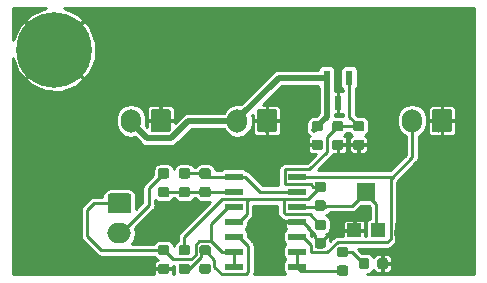
<source format=gbr>
G04 #@! TF.GenerationSoftware,KiCad,Pcbnew,(5.0.1)-3*
G04 #@! TF.CreationDate,2019-04-26T03:26:33+02:00*
G04 #@! TF.ProjectId,piezo_amplifier,7069657A6F5F616D706C69666965722E,rev?*
G04 #@! TF.SameCoordinates,Original*
G04 #@! TF.FileFunction,Copper,L1,Top,Signal*
G04 #@! TF.FilePolarity,Positive*
%FSLAX46Y46*%
G04 Gerber Fmt 4.6, Leading zero omitted, Abs format (unit mm)*
G04 Created by KiCad (PCBNEW (5.0.1)-3) date 19/04/26 3:26:33 AM*
%MOMM*%
%LPD*%
G01*
G04 APERTURE LIST*
G04 #@! TA.AperFunction,ComponentPad*
%ADD10C,6.400000*%
G04 #@! TD*
G04 #@! TA.AperFunction,Conductor*
%ADD11C,0.100000*%
G04 #@! TD*
G04 #@! TA.AperFunction,SMDPad,CuDef*
%ADD12C,0.875000*%
G04 #@! TD*
G04 #@! TA.AperFunction,SMDPad,CuDef*
%ADD13R,1.500000X0.600000*%
G04 #@! TD*
G04 #@! TA.AperFunction,SMDPad,CuDef*
%ADD14R,1.600000X1.500000*%
G04 #@! TD*
G04 #@! TA.AperFunction,SMDPad,CuDef*
%ADD15R,1.200000X1.200000*%
G04 #@! TD*
G04 #@! TA.AperFunction,SMDPad,CuDef*
%ADD16R,0.600000X1.300000*%
G04 #@! TD*
G04 #@! TA.AperFunction,ComponentPad*
%ADD17C,1.700000*%
G04 #@! TD*
G04 #@! TA.AperFunction,ComponentPad*
%ADD18O,1.700000X2.000000*%
G04 #@! TD*
G04 #@! TA.AperFunction,ComponentPad*
%ADD19O,2.000000X1.700000*%
G04 #@! TD*
G04 #@! TA.AperFunction,ViaPad*
%ADD20C,0.800000*%
G04 #@! TD*
G04 #@! TA.AperFunction,Conductor*
%ADD21C,0.500000*%
G04 #@! TD*
G04 #@! TA.AperFunction,Conductor*
%ADD22C,0.250000*%
G04 #@! TD*
G04 APERTURE END LIST*
D10*
G04 #@! TO.P,REF\002A\002A,1*
G04 #@! TO.N,GND*
X141000000Y-91000000D03*
G04 #@! TD*
D11*
G04 #@! TO.N,/Vin*
G04 #@! TO.C,C1*
G36*
X131527691Y-81526053D02*
X131548926Y-81529203D01*
X131569750Y-81534419D01*
X131589962Y-81541651D01*
X131609368Y-81550830D01*
X131627781Y-81561866D01*
X131645024Y-81574654D01*
X131660930Y-81589070D01*
X131675346Y-81604976D01*
X131688134Y-81622219D01*
X131699170Y-81640632D01*
X131708349Y-81660038D01*
X131715581Y-81680250D01*
X131720797Y-81701074D01*
X131723947Y-81722309D01*
X131725000Y-81743750D01*
X131725000Y-82181250D01*
X131723947Y-82202691D01*
X131720797Y-82223926D01*
X131715581Y-82244750D01*
X131708349Y-82264962D01*
X131699170Y-82284368D01*
X131688134Y-82302781D01*
X131675346Y-82320024D01*
X131660930Y-82335930D01*
X131645024Y-82350346D01*
X131627781Y-82363134D01*
X131609368Y-82374170D01*
X131589962Y-82383349D01*
X131569750Y-82390581D01*
X131548926Y-82395797D01*
X131527691Y-82398947D01*
X131506250Y-82400000D01*
X130993750Y-82400000D01*
X130972309Y-82398947D01*
X130951074Y-82395797D01*
X130930250Y-82390581D01*
X130910038Y-82383349D01*
X130890632Y-82374170D01*
X130872219Y-82363134D01*
X130854976Y-82350346D01*
X130839070Y-82335930D01*
X130824654Y-82320024D01*
X130811866Y-82302781D01*
X130800830Y-82284368D01*
X130791651Y-82264962D01*
X130784419Y-82244750D01*
X130779203Y-82223926D01*
X130776053Y-82202691D01*
X130775000Y-82181250D01*
X130775000Y-81743750D01*
X130776053Y-81722309D01*
X130779203Y-81701074D01*
X130784419Y-81680250D01*
X130791651Y-81660038D01*
X130800830Y-81640632D01*
X130811866Y-81622219D01*
X130824654Y-81604976D01*
X130839070Y-81589070D01*
X130854976Y-81574654D01*
X130872219Y-81561866D01*
X130890632Y-81550830D01*
X130910038Y-81541651D01*
X130930250Y-81534419D01*
X130951074Y-81529203D01*
X130972309Y-81526053D01*
X130993750Y-81525000D01*
X131506250Y-81525000D01*
X131527691Y-81526053D01*
X131527691Y-81526053D01*
G37*
D12*
G04 #@! TD*
G04 #@! TO.P,C1,2*
G04 #@! TO.N,/Vin*
X131250000Y-81962500D03*
D11*
G04 #@! TO.N,GND*
G04 #@! TO.C,C1*
G36*
X131527691Y-83101053D02*
X131548926Y-83104203D01*
X131569750Y-83109419D01*
X131589962Y-83116651D01*
X131609368Y-83125830D01*
X131627781Y-83136866D01*
X131645024Y-83149654D01*
X131660930Y-83164070D01*
X131675346Y-83179976D01*
X131688134Y-83197219D01*
X131699170Y-83215632D01*
X131708349Y-83235038D01*
X131715581Y-83255250D01*
X131720797Y-83276074D01*
X131723947Y-83297309D01*
X131725000Y-83318750D01*
X131725000Y-83756250D01*
X131723947Y-83777691D01*
X131720797Y-83798926D01*
X131715581Y-83819750D01*
X131708349Y-83839962D01*
X131699170Y-83859368D01*
X131688134Y-83877781D01*
X131675346Y-83895024D01*
X131660930Y-83910930D01*
X131645024Y-83925346D01*
X131627781Y-83938134D01*
X131609368Y-83949170D01*
X131589962Y-83958349D01*
X131569750Y-83965581D01*
X131548926Y-83970797D01*
X131527691Y-83973947D01*
X131506250Y-83975000D01*
X130993750Y-83975000D01*
X130972309Y-83973947D01*
X130951074Y-83970797D01*
X130930250Y-83965581D01*
X130910038Y-83958349D01*
X130890632Y-83949170D01*
X130872219Y-83938134D01*
X130854976Y-83925346D01*
X130839070Y-83910930D01*
X130824654Y-83895024D01*
X130811866Y-83877781D01*
X130800830Y-83859368D01*
X130791651Y-83839962D01*
X130784419Y-83819750D01*
X130779203Y-83798926D01*
X130776053Y-83777691D01*
X130775000Y-83756250D01*
X130775000Y-83318750D01*
X130776053Y-83297309D01*
X130779203Y-83276074D01*
X130784419Y-83255250D01*
X130791651Y-83235038D01*
X130800830Y-83215632D01*
X130811866Y-83197219D01*
X130824654Y-83179976D01*
X130839070Y-83164070D01*
X130854976Y-83149654D01*
X130872219Y-83136866D01*
X130890632Y-83125830D01*
X130910038Y-83116651D01*
X130930250Y-83109419D01*
X130951074Y-83104203D01*
X130972309Y-83101053D01*
X130993750Y-83100000D01*
X131506250Y-83100000D01*
X131527691Y-83101053D01*
X131527691Y-83101053D01*
G37*
D12*
G04 #@! TD*
G04 #@! TO.P,C1,1*
G04 #@! TO.N,GND*
X131250000Y-83537500D03*
D11*
G04 #@! TO.N,/Vref*
G04 #@! TO.C,C2*
G36*
X118527691Y-92026053D02*
X118548926Y-92029203D01*
X118569750Y-92034419D01*
X118589962Y-92041651D01*
X118609368Y-92050830D01*
X118627781Y-92061866D01*
X118645024Y-92074654D01*
X118660930Y-92089070D01*
X118675346Y-92104976D01*
X118688134Y-92122219D01*
X118699170Y-92140632D01*
X118708349Y-92160038D01*
X118715581Y-92180250D01*
X118720797Y-92201074D01*
X118723947Y-92222309D01*
X118725000Y-92243750D01*
X118725000Y-92681250D01*
X118723947Y-92702691D01*
X118720797Y-92723926D01*
X118715581Y-92744750D01*
X118708349Y-92764962D01*
X118699170Y-92784368D01*
X118688134Y-92802781D01*
X118675346Y-92820024D01*
X118660930Y-92835930D01*
X118645024Y-92850346D01*
X118627781Y-92863134D01*
X118609368Y-92874170D01*
X118589962Y-92883349D01*
X118569750Y-92890581D01*
X118548926Y-92895797D01*
X118527691Y-92898947D01*
X118506250Y-92900000D01*
X117993750Y-92900000D01*
X117972309Y-92898947D01*
X117951074Y-92895797D01*
X117930250Y-92890581D01*
X117910038Y-92883349D01*
X117890632Y-92874170D01*
X117872219Y-92863134D01*
X117854976Y-92850346D01*
X117839070Y-92835930D01*
X117824654Y-92820024D01*
X117811866Y-92802781D01*
X117800830Y-92784368D01*
X117791651Y-92764962D01*
X117784419Y-92744750D01*
X117779203Y-92723926D01*
X117776053Y-92702691D01*
X117775000Y-92681250D01*
X117775000Y-92243750D01*
X117776053Y-92222309D01*
X117779203Y-92201074D01*
X117784419Y-92180250D01*
X117791651Y-92160038D01*
X117800830Y-92140632D01*
X117811866Y-92122219D01*
X117824654Y-92104976D01*
X117839070Y-92089070D01*
X117854976Y-92074654D01*
X117872219Y-92061866D01*
X117890632Y-92050830D01*
X117910038Y-92041651D01*
X117930250Y-92034419D01*
X117951074Y-92029203D01*
X117972309Y-92026053D01*
X117993750Y-92025000D01*
X118506250Y-92025000D01*
X118527691Y-92026053D01*
X118527691Y-92026053D01*
G37*
D12*
G04 #@! TD*
G04 #@! TO.P,C2,2*
G04 #@! TO.N,/Vref*
X118250000Y-92462500D03*
D11*
G04 #@! TO.N,GND*
G04 #@! TO.C,C2*
G36*
X118527691Y-93601053D02*
X118548926Y-93604203D01*
X118569750Y-93609419D01*
X118589962Y-93616651D01*
X118609368Y-93625830D01*
X118627781Y-93636866D01*
X118645024Y-93649654D01*
X118660930Y-93664070D01*
X118675346Y-93679976D01*
X118688134Y-93697219D01*
X118699170Y-93715632D01*
X118708349Y-93735038D01*
X118715581Y-93755250D01*
X118720797Y-93776074D01*
X118723947Y-93797309D01*
X118725000Y-93818750D01*
X118725000Y-94256250D01*
X118723947Y-94277691D01*
X118720797Y-94298926D01*
X118715581Y-94319750D01*
X118708349Y-94339962D01*
X118699170Y-94359368D01*
X118688134Y-94377781D01*
X118675346Y-94395024D01*
X118660930Y-94410930D01*
X118645024Y-94425346D01*
X118627781Y-94438134D01*
X118609368Y-94449170D01*
X118589962Y-94458349D01*
X118569750Y-94465581D01*
X118548926Y-94470797D01*
X118527691Y-94473947D01*
X118506250Y-94475000D01*
X117993750Y-94475000D01*
X117972309Y-94473947D01*
X117951074Y-94470797D01*
X117930250Y-94465581D01*
X117910038Y-94458349D01*
X117890632Y-94449170D01*
X117872219Y-94438134D01*
X117854976Y-94425346D01*
X117839070Y-94410930D01*
X117824654Y-94395024D01*
X117811866Y-94377781D01*
X117800830Y-94359368D01*
X117791651Y-94339962D01*
X117784419Y-94319750D01*
X117779203Y-94298926D01*
X117776053Y-94277691D01*
X117775000Y-94256250D01*
X117775000Y-93818750D01*
X117776053Y-93797309D01*
X117779203Y-93776074D01*
X117784419Y-93755250D01*
X117791651Y-93735038D01*
X117800830Y-93715632D01*
X117811866Y-93697219D01*
X117824654Y-93679976D01*
X117839070Y-93664070D01*
X117854976Y-93649654D01*
X117872219Y-93636866D01*
X117890632Y-93625830D01*
X117910038Y-93616651D01*
X117930250Y-93609419D01*
X117951074Y-93604203D01*
X117972309Y-93601053D01*
X117993750Y-93600000D01*
X118506250Y-93600000D01*
X118527691Y-93601053D01*
X118527691Y-93601053D01*
G37*
D12*
G04 #@! TD*
G04 #@! TO.P,C2,1*
G04 #@! TO.N,GND*
X118250000Y-94037500D03*
D11*
G04 #@! TO.N,GND*
G04 #@! TO.C,C3*
G36*
X135027691Y-83101053D02*
X135048926Y-83104203D01*
X135069750Y-83109419D01*
X135089962Y-83116651D01*
X135109368Y-83125830D01*
X135127781Y-83136866D01*
X135145024Y-83149654D01*
X135160930Y-83164070D01*
X135175346Y-83179976D01*
X135188134Y-83197219D01*
X135199170Y-83215632D01*
X135208349Y-83235038D01*
X135215581Y-83255250D01*
X135220797Y-83276074D01*
X135223947Y-83297309D01*
X135225000Y-83318750D01*
X135225000Y-83756250D01*
X135223947Y-83777691D01*
X135220797Y-83798926D01*
X135215581Y-83819750D01*
X135208349Y-83839962D01*
X135199170Y-83859368D01*
X135188134Y-83877781D01*
X135175346Y-83895024D01*
X135160930Y-83910930D01*
X135145024Y-83925346D01*
X135127781Y-83938134D01*
X135109368Y-83949170D01*
X135089962Y-83958349D01*
X135069750Y-83965581D01*
X135048926Y-83970797D01*
X135027691Y-83973947D01*
X135006250Y-83975000D01*
X134493750Y-83975000D01*
X134472309Y-83973947D01*
X134451074Y-83970797D01*
X134430250Y-83965581D01*
X134410038Y-83958349D01*
X134390632Y-83949170D01*
X134372219Y-83938134D01*
X134354976Y-83925346D01*
X134339070Y-83910930D01*
X134324654Y-83895024D01*
X134311866Y-83877781D01*
X134300830Y-83859368D01*
X134291651Y-83839962D01*
X134284419Y-83819750D01*
X134279203Y-83798926D01*
X134276053Y-83777691D01*
X134275000Y-83756250D01*
X134275000Y-83318750D01*
X134276053Y-83297309D01*
X134279203Y-83276074D01*
X134284419Y-83255250D01*
X134291651Y-83235038D01*
X134300830Y-83215632D01*
X134311866Y-83197219D01*
X134324654Y-83179976D01*
X134339070Y-83164070D01*
X134354976Y-83149654D01*
X134372219Y-83136866D01*
X134390632Y-83125830D01*
X134410038Y-83116651D01*
X134430250Y-83109419D01*
X134451074Y-83104203D01*
X134472309Y-83101053D01*
X134493750Y-83100000D01*
X135006250Y-83100000D01*
X135027691Y-83101053D01*
X135027691Y-83101053D01*
G37*
D12*
G04 #@! TD*
G04 #@! TO.P,C3,2*
G04 #@! TO.N,GND*
X134750000Y-83537500D03*
D11*
G04 #@! TO.N,+3V3*
G04 #@! TO.C,C3*
G36*
X135027691Y-81526053D02*
X135048926Y-81529203D01*
X135069750Y-81534419D01*
X135089962Y-81541651D01*
X135109368Y-81550830D01*
X135127781Y-81561866D01*
X135145024Y-81574654D01*
X135160930Y-81589070D01*
X135175346Y-81604976D01*
X135188134Y-81622219D01*
X135199170Y-81640632D01*
X135208349Y-81660038D01*
X135215581Y-81680250D01*
X135220797Y-81701074D01*
X135223947Y-81722309D01*
X135225000Y-81743750D01*
X135225000Y-82181250D01*
X135223947Y-82202691D01*
X135220797Y-82223926D01*
X135215581Y-82244750D01*
X135208349Y-82264962D01*
X135199170Y-82284368D01*
X135188134Y-82302781D01*
X135175346Y-82320024D01*
X135160930Y-82335930D01*
X135145024Y-82350346D01*
X135127781Y-82363134D01*
X135109368Y-82374170D01*
X135089962Y-82383349D01*
X135069750Y-82390581D01*
X135048926Y-82395797D01*
X135027691Y-82398947D01*
X135006250Y-82400000D01*
X134493750Y-82400000D01*
X134472309Y-82398947D01*
X134451074Y-82395797D01*
X134430250Y-82390581D01*
X134410038Y-82383349D01*
X134390632Y-82374170D01*
X134372219Y-82363134D01*
X134354976Y-82350346D01*
X134339070Y-82335930D01*
X134324654Y-82320024D01*
X134311866Y-82302781D01*
X134300830Y-82284368D01*
X134291651Y-82264962D01*
X134284419Y-82244750D01*
X134279203Y-82223926D01*
X134276053Y-82202691D01*
X134275000Y-82181250D01*
X134275000Y-81743750D01*
X134276053Y-81722309D01*
X134279203Y-81701074D01*
X134284419Y-81680250D01*
X134291651Y-81660038D01*
X134300830Y-81640632D01*
X134311866Y-81622219D01*
X134324654Y-81604976D01*
X134339070Y-81589070D01*
X134354976Y-81574654D01*
X134372219Y-81561866D01*
X134390632Y-81550830D01*
X134410038Y-81541651D01*
X134430250Y-81534419D01*
X134451074Y-81529203D01*
X134472309Y-81526053D01*
X134493750Y-81525000D01*
X135006250Y-81525000D01*
X135027691Y-81526053D01*
X135027691Y-81526053D01*
G37*
D12*
G04 #@! TD*
G04 #@! TO.P,C3,1*
G04 #@! TO.N,+3V3*
X134750000Y-81962500D03*
D11*
G04 #@! TO.N,Net-(C4-Pad1)*
G04 #@! TO.C,C4*
G36*
X122027691Y-85526053D02*
X122048926Y-85529203D01*
X122069750Y-85534419D01*
X122089962Y-85541651D01*
X122109368Y-85550830D01*
X122127781Y-85561866D01*
X122145024Y-85574654D01*
X122160930Y-85589070D01*
X122175346Y-85604976D01*
X122188134Y-85622219D01*
X122199170Y-85640632D01*
X122208349Y-85660038D01*
X122215581Y-85680250D01*
X122220797Y-85701074D01*
X122223947Y-85722309D01*
X122225000Y-85743750D01*
X122225000Y-86181250D01*
X122223947Y-86202691D01*
X122220797Y-86223926D01*
X122215581Y-86244750D01*
X122208349Y-86264962D01*
X122199170Y-86284368D01*
X122188134Y-86302781D01*
X122175346Y-86320024D01*
X122160930Y-86335930D01*
X122145024Y-86350346D01*
X122127781Y-86363134D01*
X122109368Y-86374170D01*
X122089962Y-86383349D01*
X122069750Y-86390581D01*
X122048926Y-86395797D01*
X122027691Y-86398947D01*
X122006250Y-86400000D01*
X121493750Y-86400000D01*
X121472309Y-86398947D01*
X121451074Y-86395797D01*
X121430250Y-86390581D01*
X121410038Y-86383349D01*
X121390632Y-86374170D01*
X121372219Y-86363134D01*
X121354976Y-86350346D01*
X121339070Y-86335930D01*
X121324654Y-86320024D01*
X121311866Y-86302781D01*
X121300830Y-86284368D01*
X121291651Y-86264962D01*
X121284419Y-86244750D01*
X121279203Y-86223926D01*
X121276053Y-86202691D01*
X121275000Y-86181250D01*
X121275000Y-85743750D01*
X121276053Y-85722309D01*
X121279203Y-85701074D01*
X121284419Y-85680250D01*
X121291651Y-85660038D01*
X121300830Y-85640632D01*
X121311866Y-85622219D01*
X121324654Y-85604976D01*
X121339070Y-85589070D01*
X121354976Y-85574654D01*
X121372219Y-85561866D01*
X121390632Y-85550830D01*
X121410038Y-85541651D01*
X121430250Y-85534419D01*
X121451074Y-85529203D01*
X121472309Y-85526053D01*
X121493750Y-85525000D01*
X122006250Y-85525000D01*
X122027691Y-85526053D01*
X122027691Y-85526053D01*
G37*
D12*
G04 #@! TD*
G04 #@! TO.P,C4,1*
G04 #@! TO.N,Net-(C4-Pad1)*
X121750000Y-85962500D03*
D11*
G04 #@! TO.N,Net-(C4-Pad2)*
G04 #@! TO.C,C4*
G36*
X122027691Y-87101053D02*
X122048926Y-87104203D01*
X122069750Y-87109419D01*
X122089962Y-87116651D01*
X122109368Y-87125830D01*
X122127781Y-87136866D01*
X122145024Y-87149654D01*
X122160930Y-87164070D01*
X122175346Y-87179976D01*
X122188134Y-87197219D01*
X122199170Y-87215632D01*
X122208349Y-87235038D01*
X122215581Y-87255250D01*
X122220797Y-87276074D01*
X122223947Y-87297309D01*
X122225000Y-87318750D01*
X122225000Y-87756250D01*
X122223947Y-87777691D01*
X122220797Y-87798926D01*
X122215581Y-87819750D01*
X122208349Y-87839962D01*
X122199170Y-87859368D01*
X122188134Y-87877781D01*
X122175346Y-87895024D01*
X122160930Y-87910930D01*
X122145024Y-87925346D01*
X122127781Y-87938134D01*
X122109368Y-87949170D01*
X122089962Y-87958349D01*
X122069750Y-87965581D01*
X122048926Y-87970797D01*
X122027691Y-87973947D01*
X122006250Y-87975000D01*
X121493750Y-87975000D01*
X121472309Y-87973947D01*
X121451074Y-87970797D01*
X121430250Y-87965581D01*
X121410038Y-87958349D01*
X121390632Y-87949170D01*
X121372219Y-87938134D01*
X121354976Y-87925346D01*
X121339070Y-87910930D01*
X121324654Y-87895024D01*
X121311866Y-87877781D01*
X121300830Y-87859368D01*
X121291651Y-87839962D01*
X121284419Y-87819750D01*
X121279203Y-87798926D01*
X121276053Y-87777691D01*
X121275000Y-87756250D01*
X121275000Y-87318750D01*
X121276053Y-87297309D01*
X121279203Y-87276074D01*
X121284419Y-87255250D01*
X121291651Y-87235038D01*
X121300830Y-87215632D01*
X121311866Y-87197219D01*
X121324654Y-87179976D01*
X121339070Y-87164070D01*
X121354976Y-87149654D01*
X121372219Y-87136866D01*
X121390632Y-87125830D01*
X121410038Y-87116651D01*
X121430250Y-87109419D01*
X121451074Y-87104203D01*
X121472309Y-87101053D01*
X121493750Y-87100000D01*
X122006250Y-87100000D01*
X122027691Y-87101053D01*
X122027691Y-87101053D01*
G37*
D12*
G04 #@! TD*
G04 #@! TO.P,C4,2*
G04 #@! TO.N,Net-(C4-Pad2)*
X121750000Y-87537500D03*
D11*
G04 #@! TO.N,GND*
G04 #@! TO.C,C5*
G36*
X133277691Y-83101053D02*
X133298926Y-83104203D01*
X133319750Y-83109419D01*
X133339962Y-83116651D01*
X133359368Y-83125830D01*
X133377781Y-83136866D01*
X133395024Y-83149654D01*
X133410930Y-83164070D01*
X133425346Y-83179976D01*
X133438134Y-83197219D01*
X133449170Y-83215632D01*
X133458349Y-83235038D01*
X133465581Y-83255250D01*
X133470797Y-83276074D01*
X133473947Y-83297309D01*
X133475000Y-83318750D01*
X133475000Y-83756250D01*
X133473947Y-83777691D01*
X133470797Y-83798926D01*
X133465581Y-83819750D01*
X133458349Y-83839962D01*
X133449170Y-83859368D01*
X133438134Y-83877781D01*
X133425346Y-83895024D01*
X133410930Y-83910930D01*
X133395024Y-83925346D01*
X133377781Y-83938134D01*
X133359368Y-83949170D01*
X133339962Y-83958349D01*
X133319750Y-83965581D01*
X133298926Y-83970797D01*
X133277691Y-83973947D01*
X133256250Y-83975000D01*
X132743750Y-83975000D01*
X132722309Y-83973947D01*
X132701074Y-83970797D01*
X132680250Y-83965581D01*
X132660038Y-83958349D01*
X132640632Y-83949170D01*
X132622219Y-83938134D01*
X132604976Y-83925346D01*
X132589070Y-83910930D01*
X132574654Y-83895024D01*
X132561866Y-83877781D01*
X132550830Y-83859368D01*
X132541651Y-83839962D01*
X132534419Y-83819750D01*
X132529203Y-83798926D01*
X132526053Y-83777691D01*
X132525000Y-83756250D01*
X132525000Y-83318750D01*
X132526053Y-83297309D01*
X132529203Y-83276074D01*
X132534419Y-83255250D01*
X132541651Y-83235038D01*
X132550830Y-83215632D01*
X132561866Y-83197219D01*
X132574654Y-83179976D01*
X132589070Y-83164070D01*
X132604976Y-83149654D01*
X132622219Y-83136866D01*
X132640632Y-83125830D01*
X132660038Y-83116651D01*
X132680250Y-83109419D01*
X132701074Y-83104203D01*
X132722309Y-83101053D01*
X132743750Y-83100000D01*
X133256250Y-83100000D01*
X133277691Y-83101053D01*
X133277691Y-83101053D01*
G37*
D12*
G04 #@! TD*
G04 #@! TO.P,C5,1*
G04 #@! TO.N,GND*
X133000000Y-83537500D03*
D11*
G04 #@! TO.N,+3V3*
G04 #@! TO.C,C5*
G36*
X133277691Y-81526053D02*
X133298926Y-81529203D01*
X133319750Y-81534419D01*
X133339962Y-81541651D01*
X133359368Y-81550830D01*
X133377781Y-81561866D01*
X133395024Y-81574654D01*
X133410930Y-81589070D01*
X133425346Y-81604976D01*
X133438134Y-81622219D01*
X133449170Y-81640632D01*
X133458349Y-81660038D01*
X133465581Y-81680250D01*
X133470797Y-81701074D01*
X133473947Y-81722309D01*
X133475000Y-81743750D01*
X133475000Y-82181250D01*
X133473947Y-82202691D01*
X133470797Y-82223926D01*
X133465581Y-82244750D01*
X133458349Y-82264962D01*
X133449170Y-82284368D01*
X133438134Y-82302781D01*
X133425346Y-82320024D01*
X133410930Y-82335930D01*
X133395024Y-82350346D01*
X133377781Y-82363134D01*
X133359368Y-82374170D01*
X133339962Y-82383349D01*
X133319750Y-82390581D01*
X133298926Y-82395797D01*
X133277691Y-82398947D01*
X133256250Y-82400000D01*
X132743750Y-82400000D01*
X132722309Y-82398947D01*
X132701074Y-82395797D01*
X132680250Y-82390581D01*
X132660038Y-82383349D01*
X132640632Y-82374170D01*
X132622219Y-82363134D01*
X132604976Y-82350346D01*
X132589070Y-82335930D01*
X132574654Y-82320024D01*
X132561866Y-82302781D01*
X132550830Y-82284368D01*
X132541651Y-82264962D01*
X132534419Y-82244750D01*
X132529203Y-82223926D01*
X132526053Y-82202691D01*
X132525000Y-82181250D01*
X132525000Y-81743750D01*
X132526053Y-81722309D01*
X132529203Y-81701074D01*
X132534419Y-81680250D01*
X132541651Y-81660038D01*
X132550830Y-81640632D01*
X132561866Y-81622219D01*
X132574654Y-81604976D01*
X132589070Y-81589070D01*
X132604976Y-81574654D01*
X132622219Y-81561866D01*
X132640632Y-81550830D01*
X132660038Y-81541651D01*
X132680250Y-81534419D01*
X132701074Y-81529203D01*
X132722309Y-81526053D01*
X132743750Y-81525000D01*
X133256250Y-81525000D01*
X133277691Y-81526053D01*
X133277691Y-81526053D01*
G37*
D12*
G04 #@! TD*
G04 #@! TO.P,C5,2*
G04 #@! TO.N,+3V3*
X133000000Y-81962500D03*
D11*
G04 #@! TO.N,GND*
G04 #@! TO.C,C6*
G36*
X131777691Y-91451053D02*
X131798926Y-91454203D01*
X131819750Y-91459419D01*
X131839962Y-91466651D01*
X131859368Y-91475830D01*
X131877781Y-91486866D01*
X131895024Y-91499654D01*
X131910930Y-91514070D01*
X131925346Y-91529976D01*
X131938134Y-91547219D01*
X131949170Y-91565632D01*
X131958349Y-91585038D01*
X131965581Y-91605250D01*
X131970797Y-91626074D01*
X131973947Y-91647309D01*
X131975000Y-91668750D01*
X131975000Y-92106250D01*
X131973947Y-92127691D01*
X131970797Y-92148926D01*
X131965581Y-92169750D01*
X131958349Y-92189962D01*
X131949170Y-92209368D01*
X131938134Y-92227781D01*
X131925346Y-92245024D01*
X131910930Y-92260930D01*
X131895024Y-92275346D01*
X131877781Y-92288134D01*
X131859368Y-92299170D01*
X131839962Y-92308349D01*
X131819750Y-92315581D01*
X131798926Y-92320797D01*
X131777691Y-92323947D01*
X131756250Y-92325000D01*
X131243750Y-92325000D01*
X131222309Y-92323947D01*
X131201074Y-92320797D01*
X131180250Y-92315581D01*
X131160038Y-92308349D01*
X131140632Y-92299170D01*
X131122219Y-92288134D01*
X131104976Y-92275346D01*
X131089070Y-92260930D01*
X131074654Y-92245024D01*
X131061866Y-92227781D01*
X131050830Y-92209368D01*
X131041651Y-92189962D01*
X131034419Y-92169750D01*
X131029203Y-92148926D01*
X131026053Y-92127691D01*
X131025000Y-92106250D01*
X131025000Y-91668750D01*
X131026053Y-91647309D01*
X131029203Y-91626074D01*
X131034419Y-91605250D01*
X131041651Y-91585038D01*
X131050830Y-91565632D01*
X131061866Y-91547219D01*
X131074654Y-91529976D01*
X131089070Y-91514070D01*
X131104976Y-91499654D01*
X131122219Y-91486866D01*
X131140632Y-91475830D01*
X131160038Y-91466651D01*
X131180250Y-91459419D01*
X131201074Y-91454203D01*
X131222309Y-91451053D01*
X131243750Y-91450000D01*
X131756250Y-91450000D01*
X131777691Y-91451053D01*
X131777691Y-91451053D01*
G37*
D12*
G04 #@! TD*
G04 #@! TO.P,C6,1*
G04 #@! TO.N,GND*
X131500000Y-91887500D03*
D11*
G04 #@! TO.N,+3V3*
G04 #@! TO.C,C6*
G36*
X131777691Y-89876053D02*
X131798926Y-89879203D01*
X131819750Y-89884419D01*
X131839962Y-89891651D01*
X131859368Y-89900830D01*
X131877781Y-89911866D01*
X131895024Y-89924654D01*
X131910930Y-89939070D01*
X131925346Y-89954976D01*
X131938134Y-89972219D01*
X131949170Y-89990632D01*
X131958349Y-90010038D01*
X131965581Y-90030250D01*
X131970797Y-90051074D01*
X131973947Y-90072309D01*
X131975000Y-90093750D01*
X131975000Y-90531250D01*
X131973947Y-90552691D01*
X131970797Y-90573926D01*
X131965581Y-90594750D01*
X131958349Y-90614962D01*
X131949170Y-90634368D01*
X131938134Y-90652781D01*
X131925346Y-90670024D01*
X131910930Y-90685930D01*
X131895024Y-90700346D01*
X131877781Y-90713134D01*
X131859368Y-90724170D01*
X131839962Y-90733349D01*
X131819750Y-90740581D01*
X131798926Y-90745797D01*
X131777691Y-90748947D01*
X131756250Y-90750000D01*
X131243750Y-90750000D01*
X131222309Y-90748947D01*
X131201074Y-90745797D01*
X131180250Y-90740581D01*
X131160038Y-90733349D01*
X131140632Y-90724170D01*
X131122219Y-90713134D01*
X131104976Y-90700346D01*
X131089070Y-90685930D01*
X131074654Y-90670024D01*
X131061866Y-90652781D01*
X131050830Y-90634368D01*
X131041651Y-90614962D01*
X131034419Y-90594750D01*
X131029203Y-90573926D01*
X131026053Y-90552691D01*
X131025000Y-90531250D01*
X131025000Y-90093750D01*
X131026053Y-90072309D01*
X131029203Y-90051074D01*
X131034419Y-90030250D01*
X131041651Y-90010038D01*
X131050830Y-89990632D01*
X131061866Y-89972219D01*
X131074654Y-89954976D01*
X131089070Y-89939070D01*
X131104976Y-89924654D01*
X131122219Y-89911866D01*
X131140632Y-89900830D01*
X131160038Y-89891651D01*
X131180250Y-89884419D01*
X131201074Y-89879203D01*
X131222309Y-89876053D01*
X131243750Y-89875000D01*
X131756250Y-89875000D01*
X131777691Y-89876053D01*
X131777691Y-89876053D01*
G37*
D12*
G04 #@! TD*
G04 #@! TO.P,C6,2*
G04 #@! TO.N,+3V3*
X131500000Y-90312500D03*
D11*
G04 #@! TO.N,GND*
G04 #@! TO.C,D1*
G36*
X137027691Y-93126053D02*
X137048926Y-93129203D01*
X137069750Y-93134419D01*
X137089962Y-93141651D01*
X137109368Y-93150830D01*
X137127781Y-93161866D01*
X137145024Y-93174654D01*
X137160930Y-93189070D01*
X137175346Y-93204976D01*
X137188134Y-93222219D01*
X137199170Y-93240632D01*
X137208349Y-93260038D01*
X137215581Y-93280250D01*
X137220797Y-93301074D01*
X137223947Y-93322309D01*
X137225000Y-93343750D01*
X137225000Y-93856250D01*
X137223947Y-93877691D01*
X137220797Y-93898926D01*
X137215581Y-93919750D01*
X137208349Y-93939962D01*
X137199170Y-93959368D01*
X137188134Y-93977781D01*
X137175346Y-93995024D01*
X137160930Y-94010930D01*
X137145024Y-94025346D01*
X137127781Y-94038134D01*
X137109368Y-94049170D01*
X137089962Y-94058349D01*
X137069750Y-94065581D01*
X137048926Y-94070797D01*
X137027691Y-94073947D01*
X137006250Y-94075000D01*
X136568750Y-94075000D01*
X136547309Y-94073947D01*
X136526074Y-94070797D01*
X136505250Y-94065581D01*
X136485038Y-94058349D01*
X136465632Y-94049170D01*
X136447219Y-94038134D01*
X136429976Y-94025346D01*
X136414070Y-94010930D01*
X136399654Y-93995024D01*
X136386866Y-93977781D01*
X136375830Y-93959368D01*
X136366651Y-93939962D01*
X136359419Y-93919750D01*
X136354203Y-93898926D01*
X136351053Y-93877691D01*
X136350000Y-93856250D01*
X136350000Y-93343750D01*
X136351053Y-93322309D01*
X136354203Y-93301074D01*
X136359419Y-93280250D01*
X136366651Y-93260038D01*
X136375830Y-93240632D01*
X136386866Y-93222219D01*
X136399654Y-93204976D01*
X136414070Y-93189070D01*
X136429976Y-93174654D01*
X136447219Y-93161866D01*
X136465632Y-93150830D01*
X136485038Y-93141651D01*
X136505250Y-93134419D01*
X136526074Y-93129203D01*
X136547309Y-93126053D01*
X136568750Y-93125000D01*
X137006250Y-93125000D01*
X137027691Y-93126053D01*
X137027691Y-93126053D01*
G37*
D12*
G04 #@! TD*
G04 #@! TO.P,D1,1*
G04 #@! TO.N,GND*
X136787500Y-93600000D03*
D11*
G04 #@! TO.N,Net-(D1-Pad2)*
G04 #@! TO.C,D1*
G36*
X135452691Y-93126053D02*
X135473926Y-93129203D01*
X135494750Y-93134419D01*
X135514962Y-93141651D01*
X135534368Y-93150830D01*
X135552781Y-93161866D01*
X135570024Y-93174654D01*
X135585930Y-93189070D01*
X135600346Y-93204976D01*
X135613134Y-93222219D01*
X135624170Y-93240632D01*
X135633349Y-93260038D01*
X135640581Y-93280250D01*
X135645797Y-93301074D01*
X135648947Y-93322309D01*
X135650000Y-93343750D01*
X135650000Y-93856250D01*
X135648947Y-93877691D01*
X135645797Y-93898926D01*
X135640581Y-93919750D01*
X135633349Y-93939962D01*
X135624170Y-93959368D01*
X135613134Y-93977781D01*
X135600346Y-93995024D01*
X135585930Y-94010930D01*
X135570024Y-94025346D01*
X135552781Y-94038134D01*
X135534368Y-94049170D01*
X135514962Y-94058349D01*
X135494750Y-94065581D01*
X135473926Y-94070797D01*
X135452691Y-94073947D01*
X135431250Y-94075000D01*
X134993750Y-94075000D01*
X134972309Y-94073947D01*
X134951074Y-94070797D01*
X134930250Y-94065581D01*
X134910038Y-94058349D01*
X134890632Y-94049170D01*
X134872219Y-94038134D01*
X134854976Y-94025346D01*
X134839070Y-94010930D01*
X134824654Y-93995024D01*
X134811866Y-93977781D01*
X134800830Y-93959368D01*
X134791651Y-93939962D01*
X134784419Y-93919750D01*
X134779203Y-93898926D01*
X134776053Y-93877691D01*
X134775000Y-93856250D01*
X134775000Y-93343750D01*
X134776053Y-93322309D01*
X134779203Y-93301074D01*
X134784419Y-93280250D01*
X134791651Y-93260038D01*
X134800830Y-93240632D01*
X134811866Y-93222219D01*
X134824654Y-93204976D01*
X134839070Y-93189070D01*
X134854976Y-93174654D01*
X134872219Y-93161866D01*
X134890632Y-93150830D01*
X134910038Y-93141651D01*
X134930250Y-93134419D01*
X134951074Y-93129203D01*
X134972309Y-93126053D01*
X134993750Y-93125000D01*
X135431250Y-93125000D01*
X135452691Y-93126053D01*
X135452691Y-93126053D01*
G37*
D12*
G04 #@! TD*
G04 #@! TO.P,D1,2*
G04 #@! TO.N,Net-(D1-Pad2)*
X135212500Y-93600000D03*
D11*
G04 #@! TO.N,Net-(R1-Pad2)*
G04 #@! TO.C,R1*
G36*
X120277691Y-93601053D02*
X120298926Y-93604203D01*
X120319750Y-93609419D01*
X120339962Y-93616651D01*
X120359368Y-93625830D01*
X120377781Y-93636866D01*
X120395024Y-93649654D01*
X120410930Y-93664070D01*
X120425346Y-93679976D01*
X120438134Y-93697219D01*
X120449170Y-93715632D01*
X120458349Y-93735038D01*
X120465581Y-93755250D01*
X120470797Y-93776074D01*
X120473947Y-93797309D01*
X120475000Y-93818750D01*
X120475000Y-94256250D01*
X120473947Y-94277691D01*
X120470797Y-94298926D01*
X120465581Y-94319750D01*
X120458349Y-94339962D01*
X120449170Y-94359368D01*
X120438134Y-94377781D01*
X120425346Y-94395024D01*
X120410930Y-94410930D01*
X120395024Y-94425346D01*
X120377781Y-94438134D01*
X120359368Y-94449170D01*
X120339962Y-94458349D01*
X120319750Y-94465581D01*
X120298926Y-94470797D01*
X120277691Y-94473947D01*
X120256250Y-94475000D01*
X119743750Y-94475000D01*
X119722309Y-94473947D01*
X119701074Y-94470797D01*
X119680250Y-94465581D01*
X119660038Y-94458349D01*
X119640632Y-94449170D01*
X119622219Y-94438134D01*
X119604976Y-94425346D01*
X119589070Y-94410930D01*
X119574654Y-94395024D01*
X119561866Y-94377781D01*
X119550830Y-94359368D01*
X119541651Y-94339962D01*
X119534419Y-94319750D01*
X119529203Y-94298926D01*
X119526053Y-94277691D01*
X119525000Y-94256250D01*
X119525000Y-93818750D01*
X119526053Y-93797309D01*
X119529203Y-93776074D01*
X119534419Y-93755250D01*
X119541651Y-93735038D01*
X119550830Y-93715632D01*
X119561866Y-93697219D01*
X119574654Y-93679976D01*
X119589070Y-93664070D01*
X119604976Y-93649654D01*
X119622219Y-93636866D01*
X119640632Y-93625830D01*
X119660038Y-93616651D01*
X119680250Y-93609419D01*
X119701074Y-93604203D01*
X119722309Y-93601053D01*
X119743750Y-93600000D01*
X120256250Y-93600000D01*
X120277691Y-93601053D01*
X120277691Y-93601053D01*
G37*
D12*
G04 #@! TD*
G04 #@! TO.P,R1,2*
G04 #@! TO.N,Net-(R1-Pad2)*
X120000000Y-94037500D03*
D11*
G04 #@! TO.N,+3V3*
G04 #@! TO.C,R1*
G36*
X120277691Y-92026053D02*
X120298926Y-92029203D01*
X120319750Y-92034419D01*
X120339962Y-92041651D01*
X120359368Y-92050830D01*
X120377781Y-92061866D01*
X120395024Y-92074654D01*
X120410930Y-92089070D01*
X120425346Y-92104976D01*
X120438134Y-92122219D01*
X120449170Y-92140632D01*
X120458349Y-92160038D01*
X120465581Y-92180250D01*
X120470797Y-92201074D01*
X120473947Y-92222309D01*
X120475000Y-92243750D01*
X120475000Y-92681250D01*
X120473947Y-92702691D01*
X120470797Y-92723926D01*
X120465581Y-92744750D01*
X120458349Y-92764962D01*
X120449170Y-92784368D01*
X120438134Y-92802781D01*
X120425346Y-92820024D01*
X120410930Y-92835930D01*
X120395024Y-92850346D01*
X120377781Y-92863134D01*
X120359368Y-92874170D01*
X120339962Y-92883349D01*
X120319750Y-92890581D01*
X120298926Y-92895797D01*
X120277691Y-92898947D01*
X120256250Y-92900000D01*
X119743750Y-92900000D01*
X119722309Y-92898947D01*
X119701074Y-92895797D01*
X119680250Y-92890581D01*
X119660038Y-92883349D01*
X119640632Y-92874170D01*
X119622219Y-92863134D01*
X119604976Y-92850346D01*
X119589070Y-92835930D01*
X119574654Y-92820024D01*
X119561866Y-92802781D01*
X119550830Y-92784368D01*
X119541651Y-92764962D01*
X119534419Y-92744750D01*
X119529203Y-92723926D01*
X119526053Y-92702691D01*
X119525000Y-92681250D01*
X119525000Y-92243750D01*
X119526053Y-92222309D01*
X119529203Y-92201074D01*
X119534419Y-92180250D01*
X119541651Y-92160038D01*
X119550830Y-92140632D01*
X119561866Y-92122219D01*
X119574654Y-92104976D01*
X119589070Y-92089070D01*
X119604976Y-92074654D01*
X119622219Y-92061866D01*
X119640632Y-92050830D01*
X119660038Y-92041651D01*
X119680250Y-92034419D01*
X119701074Y-92029203D01*
X119722309Y-92026053D01*
X119743750Y-92025000D01*
X120256250Y-92025000D01*
X120277691Y-92026053D01*
X120277691Y-92026053D01*
G37*
D12*
G04 #@! TD*
G04 #@! TO.P,R1,1*
G04 #@! TO.N,+3V3*
X120000000Y-92462500D03*
D11*
G04 #@! TO.N,Net-(R1-Pad2)*
G04 #@! TO.C,R2*
G36*
X122027691Y-92026053D02*
X122048926Y-92029203D01*
X122069750Y-92034419D01*
X122089962Y-92041651D01*
X122109368Y-92050830D01*
X122127781Y-92061866D01*
X122145024Y-92074654D01*
X122160930Y-92089070D01*
X122175346Y-92104976D01*
X122188134Y-92122219D01*
X122199170Y-92140632D01*
X122208349Y-92160038D01*
X122215581Y-92180250D01*
X122220797Y-92201074D01*
X122223947Y-92222309D01*
X122225000Y-92243750D01*
X122225000Y-92681250D01*
X122223947Y-92702691D01*
X122220797Y-92723926D01*
X122215581Y-92744750D01*
X122208349Y-92764962D01*
X122199170Y-92784368D01*
X122188134Y-92802781D01*
X122175346Y-92820024D01*
X122160930Y-92835930D01*
X122145024Y-92850346D01*
X122127781Y-92863134D01*
X122109368Y-92874170D01*
X122089962Y-92883349D01*
X122069750Y-92890581D01*
X122048926Y-92895797D01*
X122027691Y-92898947D01*
X122006250Y-92900000D01*
X121493750Y-92900000D01*
X121472309Y-92898947D01*
X121451074Y-92895797D01*
X121430250Y-92890581D01*
X121410038Y-92883349D01*
X121390632Y-92874170D01*
X121372219Y-92863134D01*
X121354976Y-92850346D01*
X121339070Y-92835930D01*
X121324654Y-92820024D01*
X121311866Y-92802781D01*
X121300830Y-92784368D01*
X121291651Y-92764962D01*
X121284419Y-92744750D01*
X121279203Y-92723926D01*
X121276053Y-92702691D01*
X121275000Y-92681250D01*
X121275000Y-92243750D01*
X121276053Y-92222309D01*
X121279203Y-92201074D01*
X121284419Y-92180250D01*
X121291651Y-92160038D01*
X121300830Y-92140632D01*
X121311866Y-92122219D01*
X121324654Y-92104976D01*
X121339070Y-92089070D01*
X121354976Y-92074654D01*
X121372219Y-92061866D01*
X121390632Y-92050830D01*
X121410038Y-92041651D01*
X121430250Y-92034419D01*
X121451074Y-92029203D01*
X121472309Y-92026053D01*
X121493750Y-92025000D01*
X122006250Y-92025000D01*
X122027691Y-92026053D01*
X122027691Y-92026053D01*
G37*
D12*
G04 #@! TD*
G04 #@! TO.P,R2,1*
G04 #@! TO.N,Net-(R1-Pad2)*
X121750000Y-92462500D03*
D11*
G04 #@! TO.N,GND*
G04 #@! TO.C,R2*
G36*
X122027691Y-93601053D02*
X122048926Y-93604203D01*
X122069750Y-93609419D01*
X122089962Y-93616651D01*
X122109368Y-93625830D01*
X122127781Y-93636866D01*
X122145024Y-93649654D01*
X122160930Y-93664070D01*
X122175346Y-93679976D01*
X122188134Y-93697219D01*
X122199170Y-93715632D01*
X122208349Y-93735038D01*
X122215581Y-93755250D01*
X122220797Y-93776074D01*
X122223947Y-93797309D01*
X122225000Y-93818750D01*
X122225000Y-94256250D01*
X122223947Y-94277691D01*
X122220797Y-94298926D01*
X122215581Y-94319750D01*
X122208349Y-94339962D01*
X122199170Y-94359368D01*
X122188134Y-94377781D01*
X122175346Y-94395024D01*
X122160930Y-94410930D01*
X122145024Y-94425346D01*
X122127781Y-94438134D01*
X122109368Y-94449170D01*
X122089962Y-94458349D01*
X122069750Y-94465581D01*
X122048926Y-94470797D01*
X122027691Y-94473947D01*
X122006250Y-94475000D01*
X121493750Y-94475000D01*
X121472309Y-94473947D01*
X121451074Y-94470797D01*
X121430250Y-94465581D01*
X121410038Y-94458349D01*
X121390632Y-94449170D01*
X121372219Y-94438134D01*
X121354976Y-94425346D01*
X121339070Y-94410930D01*
X121324654Y-94395024D01*
X121311866Y-94377781D01*
X121300830Y-94359368D01*
X121291651Y-94339962D01*
X121284419Y-94319750D01*
X121279203Y-94298926D01*
X121276053Y-94277691D01*
X121275000Y-94256250D01*
X121275000Y-93818750D01*
X121276053Y-93797309D01*
X121279203Y-93776074D01*
X121284419Y-93755250D01*
X121291651Y-93735038D01*
X121300830Y-93715632D01*
X121311866Y-93697219D01*
X121324654Y-93679976D01*
X121339070Y-93664070D01*
X121354976Y-93649654D01*
X121372219Y-93636866D01*
X121390632Y-93625830D01*
X121410038Y-93616651D01*
X121430250Y-93609419D01*
X121451074Y-93604203D01*
X121472309Y-93601053D01*
X121493750Y-93600000D01*
X122006250Y-93600000D01*
X122027691Y-93601053D01*
X122027691Y-93601053D01*
G37*
D12*
G04 #@! TD*
G04 #@! TO.P,R2,2*
G04 #@! TO.N,GND*
X121750000Y-94037500D03*
D11*
G04 #@! TO.N,Net-(C4-Pad2)*
G04 #@! TO.C,R3*
G36*
X118527691Y-87101053D02*
X118548926Y-87104203D01*
X118569750Y-87109419D01*
X118589962Y-87116651D01*
X118609368Y-87125830D01*
X118627781Y-87136866D01*
X118645024Y-87149654D01*
X118660930Y-87164070D01*
X118675346Y-87179976D01*
X118688134Y-87197219D01*
X118699170Y-87215632D01*
X118708349Y-87235038D01*
X118715581Y-87255250D01*
X118720797Y-87276074D01*
X118723947Y-87297309D01*
X118725000Y-87318750D01*
X118725000Y-87756250D01*
X118723947Y-87777691D01*
X118720797Y-87798926D01*
X118715581Y-87819750D01*
X118708349Y-87839962D01*
X118699170Y-87859368D01*
X118688134Y-87877781D01*
X118675346Y-87895024D01*
X118660930Y-87910930D01*
X118645024Y-87925346D01*
X118627781Y-87938134D01*
X118609368Y-87949170D01*
X118589962Y-87958349D01*
X118569750Y-87965581D01*
X118548926Y-87970797D01*
X118527691Y-87973947D01*
X118506250Y-87975000D01*
X117993750Y-87975000D01*
X117972309Y-87973947D01*
X117951074Y-87970797D01*
X117930250Y-87965581D01*
X117910038Y-87958349D01*
X117890632Y-87949170D01*
X117872219Y-87938134D01*
X117854976Y-87925346D01*
X117839070Y-87910930D01*
X117824654Y-87895024D01*
X117811866Y-87877781D01*
X117800830Y-87859368D01*
X117791651Y-87839962D01*
X117784419Y-87819750D01*
X117779203Y-87798926D01*
X117776053Y-87777691D01*
X117775000Y-87756250D01*
X117775000Y-87318750D01*
X117776053Y-87297309D01*
X117779203Y-87276074D01*
X117784419Y-87255250D01*
X117791651Y-87235038D01*
X117800830Y-87215632D01*
X117811866Y-87197219D01*
X117824654Y-87179976D01*
X117839070Y-87164070D01*
X117854976Y-87149654D01*
X117872219Y-87136866D01*
X117890632Y-87125830D01*
X117910038Y-87116651D01*
X117930250Y-87109419D01*
X117951074Y-87104203D01*
X117972309Y-87101053D01*
X117993750Y-87100000D01*
X118506250Y-87100000D01*
X118527691Y-87101053D01*
X118527691Y-87101053D01*
G37*
D12*
G04 #@! TD*
G04 #@! TO.P,R3,1*
G04 #@! TO.N,Net-(C4-Pad2)*
X118250000Y-87537500D03*
D11*
G04 #@! TO.N,Net-(J3-Pad2)*
G04 #@! TO.C,R3*
G36*
X118527691Y-85526053D02*
X118548926Y-85529203D01*
X118569750Y-85534419D01*
X118589962Y-85541651D01*
X118609368Y-85550830D01*
X118627781Y-85561866D01*
X118645024Y-85574654D01*
X118660930Y-85589070D01*
X118675346Y-85604976D01*
X118688134Y-85622219D01*
X118699170Y-85640632D01*
X118708349Y-85660038D01*
X118715581Y-85680250D01*
X118720797Y-85701074D01*
X118723947Y-85722309D01*
X118725000Y-85743750D01*
X118725000Y-86181250D01*
X118723947Y-86202691D01*
X118720797Y-86223926D01*
X118715581Y-86244750D01*
X118708349Y-86264962D01*
X118699170Y-86284368D01*
X118688134Y-86302781D01*
X118675346Y-86320024D01*
X118660930Y-86335930D01*
X118645024Y-86350346D01*
X118627781Y-86363134D01*
X118609368Y-86374170D01*
X118589962Y-86383349D01*
X118569750Y-86390581D01*
X118548926Y-86395797D01*
X118527691Y-86398947D01*
X118506250Y-86400000D01*
X117993750Y-86400000D01*
X117972309Y-86398947D01*
X117951074Y-86395797D01*
X117930250Y-86390581D01*
X117910038Y-86383349D01*
X117890632Y-86374170D01*
X117872219Y-86363134D01*
X117854976Y-86350346D01*
X117839070Y-86335930D01*
X117824654Y-86320024D01*
X117811866Y-86302781D01*
X117800830Y-86284368D01*
X117791651Y-86264962D01*
X117784419Y-86244750D01*
X117779203Y-86223926D01*
X117776053Y-86202691D01*
X117775000Y-86181250D01*
X117775000Y-85743750D01*
X117776053Y-85722309D01*
X117779203Y-85701074D01*
X117784419Y-85680250D01*
X117791651Y-85660038D01*
X117800830Y-85640632D01*
X117811866Y-85622219D01*
X117824654Y-85604976D01*
X117839070Y-85589070D01*
X117854976Y-85574654D01*
X117872219Y-85561866D01*
X117890632Y-85550830D01*
X117910038Y-85541651D01*
X117930250Y-85534419D01*
X117951074Y-85529203D01*
X117972309Y-85526053D01*
X117993750Y-85525000D01*
X118506250Y-85525000D01*
X118527691Y-85526053D01*
X118527691Y-85526053D01*
G37*
D12*
G04 #@! TD*
G04 #@! TO.P,R3,2*
G04 #@! TO.N,Net-(J3-Pad2)*
X118250000Y-85962500D03*
D11*
G04 #@! TO.N,Net-(C4-Pad2)*
G04 #@! TO.C,R4*
G36*
X120277691Y-87101053D02*
X120298926Y-87104203D01*
X120319750Y-87109419D01*
X120339962Y-87116651D01*
X120359368Y-87125830D01*
X120377781Y-87136866D01*
X120395024Y-87149654D01*
X120410930Y-87164070D01*
X120425346Y-87179976D01*
X120438134Y-87197219D01*
X120449170Y-87215632D01*
X120458349Y-87235038D01*
X120465581Y-87255250D01*
X120470797Y-87276074D01*
X120473947Y-87297309D01*
X120475000Y-87318750D01*
X120475000Y-87756250D01*
X120473947Y-87777691D01*
X120470797Y-87798926D01*
X120465581Y-87819750D01*
X120458349Y-87839962D01*
X120449170Y-87859368D01*
X120438134Y-87877781D01*
X120425346Y-87895024D01*
X120410930Y-87910930D01*
X120395024Y-87925346D01*
X120377781Y-87938134D01*
X120359368Y-87949170D01*
X120339962Y-87958349D01*
X120319750Y-87965581D01*
X120298926Y-87970797D01*
X120277691Y-87973947D01*
X120256250Y-87975000D01*
X119743750Y-87975000D01*
X119722309Y-87973947D01*
X119701074Y-87970797D01*
X119680250Y-87965581D01*
X119660038Y-87958349D01*
X119640632Y-87949170D01*
X119622219Y-87938134D01*
X119604976Y-87925346D01*
X119589070Y-87910930D01*
X119574654Y-87895024D01*
X119561866Y-87877781D01*
X119550830Y-87859368D01*
X119541651Y-87839962D01*
X119534419Y-87819750D01*
X119529203Y-87798926D01*
X119526053Y-87777691D01*
X119525000Y-87756250D01*
X119525000Y-87318750D01*
X119526053Y-87297309D01*
X119529203Y-87276074D01*
X119534419Y-87255250D01*
X119541651Y-87235038D01*
X119550830Y-87215632D01*
X119561866Y-87197219D01*
X119574654Y-87179976D01*
X119589070Y-87164070D01*
X119604976Y-87149654D01*
X119622219Y-87136866D01*
X119640632Y-87125830D01*
X119660038Y-87116651D01*
X119680250Y-87109419D01*
X119701074Y-87104203D01*
X119722309Y-87101053D01*
X119743750Y-87100000D01*
X120256250Y-87100000D01*
X120277691Y-87101053D01*
X120277691Y-87101053D01*
G37*
D12*
G04 #@! TD*
G04 #@! TO.P,R4,2*
G04 #@! TO.N,Net-(C4-Pad2)*
X120000000Y-87537500D03*
D11*
G04 #@! TO.N,Net-(C4-Pad1)*
G04 #@! TO.C,R4*
G36*
X120277691Y-85526053D02*
X120298926Y-85529203D01*
X120319750Y-85534419D01*
X120339962Y-85541651D01*
X120359368Y-85550830D01*
X120377781Y-85561866D01*
X120395024Y-85574654D01*
X120410930Y-85589070D01*
X120425346Y-85604976D01*
X120438134Y-85622219D01*
X120449170Y-85640632D01*
X120458349Y-85660038D01*
X120465581Y-85680250D01*
X120470797Y-85701074D01*
X120473947Y-85722309D01*
X120475000Y-85743750D01*
X120475000Y-86181250D01*
X120473947Y-86202691D01*
X120470797Y-86223926D01*
X120465581Y-86244750D01*
X120458349Y-86264962D01*
X120449170Y-86284368D01*
X120438134Y-86302781D01*
X120425346Y-86320024D01*
X120410930Y-86335930D01*
X120395024Y-86350346D01*
X120377781Y-86363134D01*
X120359368Y-86374170D01*
X120339962Y-86383349D01*
X120319750Y-86390581D01*
X120298926Y-86395797D01*
X120277691Y-86398947D01*
X120256250Y-86400000D01*
X119743750Y-86400000D01*
X119722309Y-86398947D01*
X119701074Y-86395797D01*
X119680250Y-86390581D01*
X119660038Y-86383349D01*
X119640632Y-86374170D01*
X119622219Y-86363134D01*
X119604976Y-86350346D01*
X119589070Y-86335930D01*
X119574654Y-86320024D01*
X119561866Y-86302781D01*
X119550830Y-86284368D01*
X119541651Y-86264962D01*
X119534419Y-86244750D01*
X119529203Y-86223926D01*
X119526053Y-86202691D01*
X119525000Y-86181250D01*
X119525000Y-85743750D01*
X119526053Y-85722309D01*
X119529203Y-85701074D01*
X119534419Y-85680250D01*
X119541651Y-85660038D01*
X119550830Y-85640632D01*
X119561866Y-85622219D01*
X119574654Y-85604976D01*
X119589070Y-85589070D01*
X119604976Y-85574654D01*
X119622219Y-85561866D01*
X119640632Y-85550830D01*
X119660038Y-85541651D01*
X119680250Y-85534419D01*
X119701074Y-85529203D01*
X119722309Y-85526053D01*
X119743750Y-85525000D01*
X120256250Y-85525000D01*
X120277691Y-85526053D01*
X120277691Y-85526053D01*
G37*
D12*
G04 #@! TD*
G04 #@! TO.P,R4,1*
G04 #@! TO.N,Net-(C4-Pad1)*
X120000000Y-85962500D03*
D11*
G04 #@! TO.N,+3V3*
G04 #@! TO.C,R5*
G36*
X131777691Y-86676053D02*
X131798926Y-86679203D01*
X131819750Y-86684419D01*
X131839962Y-86691651D01*
X131859368Y-86700830D01*
X131877781Y-86711866D01*
X131895024Y-86724654D01*
X131910930Y-86739070D01*
X131925346Y-86754976D01*
X131938134Y-86772219D01*
X131949170Y-86790632D01*
X131958349Y-86810038D01*
X131965581Y-86830250D01*
X131970797Y-86851074D01*
X131973947Y-86872309D01*
X131975000Y-86893750D01*
X131975000Y-87331250D01*
X131973947Y-87352691D01*
X131970797Y-87373926D01*
X131965581Y-87394750D01*
X131958349Y-87414962D01*
X131949170Y-87434368D01*
X131938134Y-87452781D01*
X131925346Y-87470024D01*
X131910930Y-87485930D01*
X131895024Y-87500346D01*
X131877781Y-87513134D01*
X131859368Y-87524170D01*
X131839962Y-87533349D01*
X131819750Y-87540581D01*
X131798926Y-87545797D01*
X131777691Y-87548947D01*
X131756250Y-87550000D01*
X131243750Y-87550000D01*
X131222309Y-87548947D01*
X131201074Y-87545797D01*
X131180250Y-87540581D01*
X131160038Y-87533349D01*
X131140632Y-87524170D01*
X131122219Y-87513134D01*
X131104976Y-87500346D01*
X131089070Y-87485930D01*
X131074654Y-87470024D01*
X131061866Y-87452781D01*
X131050830Y-87434368D01*
X131041651Y-87414962D01*
X131034419Y-87394750D01*
X131029203Y-87373926D01*
X131026053Y-87352691D01*
X131025000Y-87331250D01*
X131025000Y-86893750D01*
X131026053Y-86872309D01*
X131029203Y-86851074D01*
X131034419Y-86830250D01*
X131041651Y-86810038D01*
X131050830Y-86790632D01*
X131061866Y-86772219D01*
X131074654Y-86754976D01*
X131089070Y-86739070D01*
X131104976Y-86724654D01*
X131122219Y-86711866D01*
X131140632Y-86700830D01*
X131160038Y-86691651D01*
X131180250Y-86684419D01*
X131201074Y-86679203D01*
X131222309Y-86676053D01*
X131243750Y-86675000D01*
X131756250Y-86675000D01*
X131777691Y-86676053D01*
X131777691Y-86676053D01*
G37*
D12*
G04 #@! TD*
G04 #@! TO.P,R5,1*
G04 #@! TO.N,+3V3*
X131500000Y-87112500D03*
D11*
G04 #@! TO.N,Net-(POT1-Pad2)*
G04 #@! TO.C,R5*
G36*
X131777691Y-88251053D02*
X131798926Y-88254203D01*
X131819750Y-88259419D01*
X131839962Y-88266651D01*
X131859368Y-88275830D01*
X131877781Y-88286866D01*
X131895024Y-88299654D01*
X131910930Y-88314070D01*
X131925346Y-88329976D01*
X131938134Y-88347219D01*
X131949170Y-88365632D01*
X131958349Y-88385038D01*
X131965581Y-88405250D01*
X131970797Y-88426074D01*
X131973947Y-88447309D01*
X131975000Y-88468750D01*
X131975000Y-88906250D01*
X131973947Y-88927691D01*
X131970797Y-88948926D01*
X131965581Y-88969750D01*
X131958349Y-88989962D01*
X131949170Y-89009368D01*
X131938134Y-89027781D01*
X131925346Y-89045024D01*
X131910930Y-89060930D01*
X131895024Y-89075346D01*
X131877781Y-89088134D01*
X131859368Y-89099170D01*
X131839962Y-89108349D01*
X131819750Y-89115581D01*
X131798926Y-89120797D01*
X131777691Y-89123947D01*
X131756250Y-89125000D01*
X131243750Y-89125000D01*
X131222309Y-89123947D01*
X131201074Y-89120797D01*
X131180250Y-89115581D01*
X131160038Y-89108349D01*
X131140632Y-89099170D01*
X131122219Y-89088134D01*
X131104976Y-89075346D01*
X131089070Y-89060930D01*
X131074654Y-89045024D01*
X131061866Y-89027781D01*
X131050830Y-89009368D01*
X131041651Y-88989962D01*
X131034419Y-88969750D01*
X131029203Y-88948926D01*
X131026053Y-88927691D01*
X131025000Y-88906250D01*
X131025000Y-88468750D01*
X131026053Y-88447309D01*
X131029203Y-88426074D01*
X131034419Y-88405250D01*
X131041651Y-88385038D01*
X131050830Y-88365632D01*
X131061866Y-88347219D01*
X131074654Y-88329976D01*
X131089070Y-88314070D01*
X131104976Y-88299654D01*
X131122219Y-88286866D01*
X131140632Y-88275830D01*
X131160038Y-88266651D01*
X131180250Y-88259419D01*
X131201074Y-88254203D01*
X131222309Y-88251053D01*
X131243750Y-88250000D01*
X131756250Y-88250000D01*
X131777691Y-88251053D01*
X131777691Y-88251053D01*
G37*
D12*
G04 #@! TD*
G04 #@! TO.P,R5,2*
G04 #@! TO.N,Net-(POT1-Pad2)*
X131500000Y-88687500D03*
D11*
G04 #@! TO.N,Net-(D1-Pad2)*
G04 #@! TO.C,R6*
G36*
X133677691Y-92176053D02*
X133698926Y-92179203D01*
X133719750Y-92184419D01*
X133739962Y-92191651D01*
X133759368Y-92200830D01*
X133777781Y-92211866D01*
X133795024Y-92224654D01*
X133810930Y-92239070D01*
X133825346Y-92254976D01*
X133838134Y-92272219D01*
X133849170Y-92290632D01*
X133858349Y-92310038D01*
X133865581Y-92330250D01*
X133870797Y-92351074D01*
X133873947Y-92372309D01*
X133875000Y-92393750D01*
X133875000Y-92831250D01*
X133873947Y-92852691D01*
X133870797Y-92873926D01*
X133865581Y-92894750D01*
X133858349Y-92914962D01*
X133849170Y-92934368D01*
X133838134Y-92952781D01*
X133825346Y-92970024D01*
X133810930Y-92985930D01*
X133795024Y-93000346D01*
X133777781Y-93013134D01*
X133759368Y-93024170D01*
X133739962Y-93033349D01*
X133719750Y-93040581D01*
X133698926Y-93045797D01*
X133677691Y-93048947D01*
X133656250Y-93050000D01*
X133143750Y-93050000D01*
X133122309Y-93048947D01*
X133101074Y-93045797D01*
X133080250Y-93040581D01*
X133060038Y-93033349D01*
X133040632Y-93024170D01*
X133022219Y-93013134D01*
X133004976Y-93000346D01*
X132989070Y-92985930D01*
X132974654Y-92970024D01*
X132961866Y-92952781D01*
X132950830Y-92934368D01*
X132941651Y-92914962D01*
X132934419Y-92894750D01*
X132929203Y-92873926D01*
X132926053Y-92852691D01*
X132925000Y-92831250D01*
X132925000Y-92393750D01*
X132926053Y-92372309D01*
X132929203Y-92351074D01*
X132934419Y-92330250D01*
X132941651Y-92310038D01*
X132950830Y-92290632D01*
X132961866Y-92272219D01*
X132974654Y-92254976D01*
X132989070Y-92239070D01*
X133004976Y-92224654D01*
X133022219Y-92211866D01*
X133040632Y-92200830D01*
X133060038Y-92191651D01*
X133080250Y-92184419D01*
X133101074Y-92179203D01*
X133122309Y-92176053D01*
X133143750Y-92175000D01*
X133656250Y-92175000D01*
X133677691Y-92176053D01*
X133677691Y-92176053D01*
G37*
D12*
G04 #@! TD*
G04 #@! TO.P,R6,2*
G04 #@! TO.N,Net-(D1-Pad2)*
X133400000Y-92612500D03*
D11*
G04 #@! TO.N,Net-(R6-Pad1)*
G04 #@! TO.C,R6*
G36*
X133677691Y-93751053D02*
X133698926Y-93754203D01*
X133719750Y-93759419D01*
X133739962Y-93766651D01*
X133759368Y-93775830D01*
X133777781Y-93786866D01*
X133795024Y-93799654D01*
X133810930Y-93814070D01*
X133825346Y-93829976D01*
X133838134Y-93847219D01*
X133849170Y-93865632D01*
X133858349Y-93885038D01*
X133865581Y-93905250D01*
X133870797Y-93926074D01*
X133873947Y-93947309D01*
X133875000Y-93968750D01*
X133875000Y-94406250D01*
X133873947Y-94427691D01*
X133870797Y-94448926D01*
X133865581Y-94469750D01*
X133858349Y-94489962D01*
X133849170Y-94509368D01*
X133838134Y-94527781D01*
X133825346Y-94545024D01*
X133810930Y-94560930D01*
X133795024Y-94575346D01*
X133777781Y-94588134D01*
X133759368Y-94599170D01*
X133739962Y-94608349D01*
X133719750Y-94615581D01*
X133698926Y-94620797D01*
X133677691Y-94623947D01*
X133656250Y-94625000D01*
X133143750Y-94625000D01*
X133122309Y-94623947D01*
X133101074Y-94620797D01*
X133080250Y-94615581D01*
X133060038Y-94608349D01*
X133040632Y-94599170D01*
X133022219Y-94588134D01*
X133004976Y-94575346D01*
X132989070Y-94560930D01*
X132974654Y-94545024D01*
X132961866Y-94527781D01*
X132950830Y-94509368D01*
X132941651Y-94489962D01*
X132934419Y-94469750D01*
X132929203Y-94448926D01*
X132926053Y-94427691D01*
X132925000Y-94406250D01*
X132925000Y-93968750D01*
X132926053Y-93947309D01*
X132929203Y-93926074D01*
X132934419Y-93905250D01*
X132941651Y-93885038D01*
X132950830Y-93865632D01*
X132961866Y-93847219D01*
X132974654Y-93829976D01*
X132989070Y-93814070D01*
X133004976Y-93799654D01*
X133022219Y-93786866D01*
X133040632Y-93775830D01*
X133060038Y-93766651D01*
X133080250Y-93759419D01*
X133101074Y-93754203D01*
X133122309Y-93751053D01*
X133143750Y-93750000D01*
X133656250Y-93750000D01*
X133677691Y-93751053D01*
X133677691Y-93751053D01*
G37*
D12*
G04 #@! TD*
G04 #@! TO.P,R6,1*
G04 #@! TO.N,Net-(R6-Pad1)*
X133400000Y-94187500D03*
D13*
G04 #@! TO.P,U1,1*
G04 #@! TO.N,Net-(C4-Pad1)*
X124175001Y-86245001D03*
G04 #@! TO.P,U1,2*
G04 #@! TO.N,Net-(C4-Pad2)*
X124175001Y-87515001D03*
G04 #@! TO.P,U1,3*
G04 #@! TO.N,/Vref*
X124175001Y-88785001D03*
G04 #@! TO.P,U1,4*
G04 #@! TO.N,+3V3*
X124175001Y-90055001D03*
G04 #@! TO.P,U1,5*
G04 #@! TO.N,Net-(R1-Pad2)*
X124175001Y-91325001D03*
G04 #@! TO.P,U1,6*
G04 #@! TO.N,/Vref*
X124175001Y-92595001D03*
G04 #@! TO.P,U1,7*
X124175001Y-93865001D03*
G04 #@! TO.P,U1,8*
G04 #@! TO.N,Net-(R6-Pad1)*
X129575001Y-93865001D03*
G04 #@! TO.P,U1,9*
X129575001Y-92595001D03*
G04 #@! TO.P,U1,10*
G04 #@! TO.N,/Probe_Out*
X129575001Y-91325001D03*
G04 #@! TO.P,U1,11*
G04 #@! TO.N,GND*
X129575001Y-90055001D03*
G04 #@! TO.P,U1,12*
G04 #@! TO.N,Net-(POT1-Pad2)*
X129575001Y-88785001D03*
G04 #@! TO.P,U1,13*
G04 #@! TO.N,Net-(C4-Pad1)*
X129575001Y-87515001D03*
G04 #@! TO.P,U1,14*
G04 #@! TO.N,/Probe_Out*
X129575001Y-86245001D03*
G04 #@! TD*
D14*
G04 #@! TO.P,POT1,2*
G04 #@! TO.N,Net-(POT1-Pad2)*
X135400000Y-87550000D03*
D15*
G04 #@! TO.P,POT1,1*
G04 #@! TO.N,GND*
X134400000Y-90800000D03*
G04 #@! TO.P,POT1,3*
G04 #@! TO.N,Net-(POT1-Pad2)*
X136400000Y-90800000D03*
G04 #@! TD*
D16*
G04 #@! TO.P,U2,3*
G04 #@! TO.N,GND*
X133000000Y-79975000D03*
G04 #@! TO.P,U2,2*
G04 #@! TO.N,/Vin*
X132050000Y-77875000D03*
G04 #@! TO.P,U2,1*
G04 #@! TO.N,+3V3*
X133950000Y-77875000D03*
G04 #@! TD*
D10*
G04 #@! TO.P,REF\002A\002A,1*
G04 #@! TO.N,GND*
X109000000Y-75500000D03*
G04 #@! TD*
D11*
G04 #@! TO.N,GND*
G04 #@! TO.C,J1*
G36*
X118624504Y-80501204D02*
X118648773Y-80504804D01*
X118672571Y-80510765D01*
X118695671Y-80519030D01*
X118717849Y-80529520D01*
X118738893Y-80542133D01*
X118758598Y-80556747D01*
X118776777Y-80573223D01*
X118793253Y-80591402D01*
X118807867Y-80611107D01*
X118820480Y-80632151D01*
X118830970Y-80654329D01*
X118839235Y-80677429D01*
X118845196Y-80701227D01*
X118848796Y-80725496D01*
X118850000Y-80750000D01*
X118850000Y-82250000D01*
X118848796Y-82274504D01*
X118845196Y-82298773D01*
X118839235Y-82322571D01*
X118830970Y-82345671D01*
X118820480Y-82367849D01*
X118807867Y-82388893D01*
X118793253Y-82408598D01*
X118776777Y-82426777D01*
X118758598Y-82443253D01*
X118738893Y-82457867D01*
X118717849Y-82470480D01*
X118695671Y-82480970D01*
X118672571Y-82489235D01*
X118648773Y-82495196D01*
X118624504Y-82498796D01*
X118600000Y-82500000D01*
X117400000Y-82500000D01*
X117375496Y-82498796D01*
X117351227Y-82495196D01*
X117327429Y-82489235D01*
X117304329Y-82480970D01*
X117282151Y-82470480D01*
X117261107Y-82457867D01*
X117241402Y-82443253D01*
X117223223Y-82426777D01*
X117206747Y-82408598D01*
X117192133Y-82388893D01*
X117179520Y-82367849D01*
X117169030Y-82345671D01*
X117160765Y-82322571D01*
X117154804Y-82298773D01*
X117151204Y-82274504D01*
X117150000Y-82250000D01*
X117150000Y-80750000D01*
X117151204Y-80725496D01*
X117154804Y-80701227D01*
X117160765Y-80677429D01*
X117169030Y-80654329D01*
X117179520Y-80632151D01*
X117192133Y-80611107D01*
X117206747Y-80591402D01*
X117223223Y-80573223D01*
X117241402Y-80556747D01*
X117261107Y-80542133D01*
X117282151Y-80529520D01*
X117304329Y-80519030D01*
X117327429Y-80510765D01*
X117351227Y-80504804D01*
X117375496Y-80501204D01*
X117400000Y-80500000D01*
X118600000Y-80500000D01*
X118624504Y-80501204D01*
X118624504Y-80501204D01*
G37*
D17*
G04 #@! TD*
G04 #@! TO.P,J1,1*
G04 #@! TO.N,GND*
X118000000Y-81500000D03*
D18*
G04 #@! TO.P,J1,2*
G04 #@! TO.N,/Vin*
X115500000Y-81500000D03*
G04 #@! TD*
G04 #@! TO.P,J2,2*
G04 #@! TO.N,/Vin*
X124500000Y-81500000D03*
D11*
G04 #@! TD*
G04 #@! TO.N,GND*
G04 #@! TO.C,J2*
G36*
X127624504Y-80501204D02*
X127648773Y-80504804D01*
X127672571Y-80510765D01*
X127695671Y-80519030D01*
X127717849Y-80529520D01*
X127738893Y-80542133D01*
X127758598Y-80556747D01*
X127776777Y-80573223D01*
X127793253Y-80591402D01*
X127807867Y-80611107D01*
X127820480Y-80632151D01*
X127830970Y-80654329D01*
X127839235Y-80677429D01*
X127845196Y-80701227D01*
X127848796Y-80725496D01*
X127850000Y-80750000D01*
X127850000Y-82250000D01*
X127848796Y-82274504D01*
X127845196Y-82298773D01*
X127839235Y-82322571D01*
X127830970Y-82345671D01*
X127820480Y-82367849D01*
X127807867Y-82388893D01*
X127793253Y-82408598D01*
X127776777Y-82426777D01*
X127758598Y-82443253D01*
X127738893Y-82457867D01*
X127717849Y-82470480D01*
X127695671Y-82480970D01*
X127672571Y-82489235D01*
X127648773Y-82495196D01*
X127624504Y-82498796D01*
X127600000Y-82500000D01*
X126400000Y-82500000D01*
X126375496Y-82498796D01*
X126351227Y-82495196D01*
X126327429Y-82489235D01*
X126304329Y-82480970D01*
X126282151Y-82470480D01*
X126261107Y-82457867D01*
X126241402Y-82443253D01*
X126223223Y-82426777D01*
X126206747Y-82408598D01*
X126192133Y-82388893D01*
X126179520Y-82367849D01*
X126169030Y-82345671D01*
X126160765Y-82322571D01*
X126154804Y-82298773D01*
X126151204Y-82274504D01*
X126150000Y-82250000D01*
X126150000Y-80750000D01*
X126151204Y-80725496D01*
X126154804Y-80701227D01*
X126160765Y-80677429D01*
X126169030Y-80654329D01*
X126179520Y-80632151D01*
X126192133Y-80611107D01*
X126206747Y-80591402D01*
X126223223Y-80573223D01*
X126241402Y-80556747D01*
X126261107Y-80542133D01*
X126282151Y-80529520D01*
X126304329Y-80519030D01*
X126327429Y-80510765D01*
X126351227Y-80504804D01*
X126375496Y-80501204D01*
X126400000Y-80500000D01*
X127600000Y-80500000D01*
X127624504Y-80501204D01*
X127624504Y-80501204D01*
G37*
D17*
G04 #@! TO.P,J2,1*
G04 #@! TO.N,GND*
X127000000Y-81500000D03*
G04 #@! TD*
D11*
G04 #@! TO.N,/Vref*
G04 #@! TO.C,J3*
G36*
X115274504Y-87651204D02*
X115298773Y-87654804D01*
X115322571Y-87660765D01*
X115345671Y-87669030D01*
X115367849Y-87679520D01*
X115388893Y-87692133D01*
X115408598Y-87706747D01*
X115426777Y-87723223D01*
X115443253Y-87741402D01*
X115457867Y-87761107D01*
X115470480Y-87782151D01*
X115480970Y-87804329D01*
X115489235Y-87827429D01*
X115495196Y-87851227D01*
X115498796Y-87875496D01*
X115500000Y-87900000D01*
X115500000Y-89100000D01*
X115498796Y-89124504D01*
X115495196Y-89148773D01*
X115489235Y-89172571D01*
X115480970Y-89195671D01*
X115470480Y-89217849D01*
X115457867Y-89238893D01*
X115443253Y-89258598D01*
X115426777Y-89276777D01*
X115408598Y-89293253D01*
X115388893Y-89307867D01*
X115367849Y-89320480D01*
X115345671Y-89330970D01*
X115322571Y-89339235D01*
X115298773Y-89345196D01*
X115274504Y-89348796D01*
X115250000Y-89350000D01*
X113750000Y-89350000D01*
X113725496Y-89348796D01*
X113701227Y-89345196D01*
X113677429Y-89339235D01*
X113654329Y-89330970D01*
X113632151Y-89320480D01*
X113611107Y-89307867D01*
X113591402Y-89293253D01*
X113573223Y-89276777D01*
X113556747Y-89258598D01*
X113542133Y-89238893D01*
X113529520Y-89217849D01*
X113519030Y-89195671D01*
X113510765Y-89172571D01*
X113504804Y-89148773D01*
X113501204Y-89124504D01*
X113500000Y-89100000D01*
X113500000Y-87900000D01*
X113501204Y-87875496D01*
X113504804Y-87851227D01*
X113510765Y-87827429D01*
X113519030Y-87804329D01*
X113529520Y-87782151D01*
X113542133Y-87761107D01*
X113556747Y-87741402D01*
X113573223Y-87723223D01*
X113591402Y-87706747D01*
X113611107Y-87692133D01*
X113632151Y-87679520D01*
X113654329Y-87669030D01*
X113677429Y-87660765D01*
X113701227Y-87654804D01*
X113725496Y-87651204D01*
X113750000Y-87650000D01*
X115250000Y-87650000D01*
X115274504Y-87651204D01*
X115274504Y-87651204D01*
G37*
D17*
G04 #@! TD*
G04 #@! TO.P,J3,1*
G04 #@! TO.N,/Vref*
X114500000Y-88500000D03*
D19*
G04 #@! TO.P,J3,2*
G04 #@! TO.N,Net-(J3-Pad2)*
X114500000Y-91000000D03*
G04 #@! TD*
D18*
G04 #@! TO.P,J4,2*
G04 #@! TO.N,/Probe_Out*
X139300000Y-81500000D03*
D11*
G04 #@! TD*
G04 #@! TO.N,GND*
G04 #@! TO.C,J4*
G36*
X142424504Y-80501204D02*
X142448773Y-80504804D01*
X142472571Y-80510765D01*
X142495671Y-80519030D01*
X142517849Y-80529520D01*
X142538893Y-80542133D01*
X142558598Y-80556747D01*
X142576777Y-80573223D01*
X142593253Y-80591402D01*
X142607867Y-80611107D01*
X142620480Y-80632151D01*
X142630970Y-80654329D01*
X142639235Y-80677429D01*
X142645196Y-80701227D01*
X142648796Y-80725496D01*
X142650000Y-80750000D01*
X142650000Y-82250000D01*
X142648796Y-82274504D01*
X142645196Y-82298773D01*
X142639235Y-82322571D01*
X142630970Y-82345671D01*
X142620480Y-82367849D01*
X142607867Y-82388893D01*
X142593253Y-82408598D01*
X142576777Y-82426777D01*
X142558598Y-82443253D01*
X142538893Y-82457867D01*
X142517849Y-82470480D01*
X142495671Y-82480970D01*
X142472571Y-82489235D01*
X142448773Y-82495196D01*
X142424504Y-82498796D01*
X142400000Y-82500000D01*
X141200000Y-82500000D01*
X141175496Y-82498796D01*
X141151227Y-82495196D01*
X141127429Y-82489235D01*
X141104329Y-82480970D01*
X141082151Y-82470480D01*
X141061107Y-82457867D01*
X141041402Y-82443253D01*
X141023223Y-82426777D01*
X141006747Y-82408598D01*
X140992133Y-82388893D01*
X140979520Y-82367849D01*
X140969030Y-82345671D01*
X140960765Y-82322571D01*
X140954804Y-82298773D01*
X140951204Y-82274504D01*
X140950000Y-82250000D01*
X140950000Y-80750000D01*
X140951204Y-80725496D01*
X140954804Y-80701227D01*
X140960765Y-80677429D01*
X140969030Y-80654329D01*
X140979520Y-80632151D01*
X140992133Y-80611107D01*
X141006747Y-80591402D01*
X141023223Y-80573223D01*
X141041402Y-80556747D01*
X141061107Y-80542133D01*
X141082151Y-80529520D01*
X141104329Y-80519030D01*
X141127429Y-80510765D01*
X141151227Y-80504804D01*
X141175496Y-80501204D01*
X141200000Y-80500000D01*
X142400000Y-80500000D01*
X142424504Y-80501204D01*
X142424504Y-80501204D01*
G37*
D17*
G04 #@! TO.P,J4,1*
G04 #@! TO.N,GND*
X141800000Y-81500000D03*
G04 #@! TD*
D20*
G04 #@! TO.N,GND*
X127000000Y-90000000D03*
X118500000Y-90000000D03*
G04 #@! TD*
D21*
G04 #@! TO.N,GND*
X127000000Y-82250000D02*
X127000000Y-82400000D01*
G04 #@! TO.N,/Vin*
X130962500Y-82250000D02*
X131250000Y-81962500D01*
X115500000Y-81650000D02*
X115500000Y-81500000D01*
X116850000Y-83000000D02*
X115500000Y-81650000D01*
X118839966Y-83000000D02*
X116850000Y-83000000D01*
X120339966Y-81500000D02*
X118839966Y-83000000D01*
X124500000Y-81500000D02*
X120339966Y-81500000D01*
X131250000Y-77875000D02*
X132050000Y-77875000D01*
X127975000Y-77875000D02*
X131250000Y-77875000D01*
X124500000Y-81350000D02*
X127975000Y-77875000D01*
X124500000Y-81500000D02*
X124500000Y-81350000D01*
X132050000Y-81162500D02*
X131250000Y-81962500D01*
X132050000Y-77875000D02*
X132050000Y-81162500D01*
D22*
G04 #@! TO.N,GND*
X130025001Y-90055001D02*
X129575001Y-90055001D01*
X130575001Y-90605001D02*
X130025001Y-90055001D01*
X130575001Y-90689999D02*
X130575001Y-90605001D01*
X131038388Y-91153386D02*
X130575001Y-90689999D01*
X131038388Y-91425888D02*
X131038388Y-91153386D01*
X131500000Y-91887500D02*
X131038388Y-91425888D01*
X132587500Y-90800000D02*
X134400000Y-90800000D01*
X131500000Y-91887500D02*
X132587500Y-90800000D01*
G04 #@! TO.N,/Vref*
X124175001Y-92595001D02*
X124175001Y-93865001D01*
X123725001Y-92595001D02*
X124175001Y-92595001D01*
X119012510Y-93225010D02*
X120574990Y-93225010D01*
X118250000Y-92462500D02*
X119012510Y-93225010D01*
X120574990Y-93225010D02*
X120949990Y-92850010D01*
X120949990Y-92018516D02*
X120949990Y-92850010D01*
X121268516Y-91699990D02*
X120949990Y-92018516D01*
X122279990Y-91699990D02*
X121268516Y-91699990D01*
X123175001Y-92595001D02*
X122279990Y-91699990D01*
X124175001Y-92595001D02*
X123175001Y-92595001D01*
X122279990Y-90230012D02*
X122279990Y-91699990D01*
X123725001Y-88785001D02*
X122279990Y-90230012D01*
X124175001Y-88785001D02*
X123725001Y-88785001D01*
X112962500Y-92462500D02*
X118250000Y-92462500D01*
X111799990Y-91299990D02*
X112962500Y-92462500D01*
X111799990Y-89063600D02*
X111799990Y-91299990D01*
X112363590Y-88500000D02*
X111799990Y-89063600D01*
X114500000Y-88500000D02*
X112363590Y-88500000D01*
G04 #@! TO.N,+3V3*
X133950000Y-81162500D02*
X134750000Y-81962500D01*
X133950000Y-77875000D02*
X133950000Y-81162500D01*
X133000000Y-81962500D02*
X134750000Y-81962500D01*
X128500000Y-86805002D02*
X128565000Y-86870002D01*
X128500000Y-85685000D02*
X128500000Y-86805002D01*
X128565000Y-85620000D02*
X128500000Y-85685000D01*
X130585002Y-85620000D02*
X128565000Y-85620000D01*
X132050010Y-84154992D02*
X130585002Y-85620000D01*
X132050010Y-82912490D02*
X132050010Y-84154992D01*
X133000000Y-81962500D02*
X132050010Y-82912490D01*
X131500000Y-87112500D02*
X130452500Y-88160000D01*
X130682502Y-86870002D02*
X128565000Y-86870002D01*
X130925000Y-87112500D02*
X130682502Y-86870002D01*
X131500000Y-87112500D02*
X130925000Y-87112500D01*
X120000000Y-91925000D02*
X120000000Y-92462500D01*
X120000000Y-91325000D02*
X120000000Y-91925000D01*
X123184998Y-88140002D02*
X120000000Y-91325000D01*
X125250002Y-88205002D02*
X125185002Y-88140002D01*
X128220002Y-88140002D02*
X128240000Y-88160000D01*
X125185002Y-88140002D02*
X125000000Y-88140002D01*
X128565000Y-89410002D02*
X128400000Y-89245002D01*
X131500000Y-90312500D02*
X130597502Y-89410002D01*
X130597502Y-89410002D02*
X128565000Y-89410002D01*
X128400000Y-89245002D02*
X128400000Y-88160000D01*
X130452500Y-88160000D02*
X128400000Y-88160000D01*
X128400000Y-88160000D02*
X128240000Y-88160000D01*
X124519998Y-88160000D02*
X124500000Y-88140002D01*
X125000000Y-88140002D02*
X124500000Y-88140002D01*
X124500000Y-88140002D02*
X123184998Y-88140002D01*
X125270000Y-88390000D02*
X125500000Y-88160000D01*
X125270000Y-89410002D02*
X125270000Y-88390000D01*
X124625001Y-90055001D02*
X125270000Y-89410002D01*
X124175001Y-90055001D02*
X124625001Y-90055001D01*
X128240000Y-88160000D02*
X125500000Y-88160000D01*
X125500000Y-88160000D02*
X124519998Y-88160000D01*
G04 #@! TO.N,Net-(C4-Pad1)*
X120000000Y-85962500D02*
X121750000Y-85962500D01*
X122032501Y-86245001D02*
X121750000Y-85962500D01*
X124175001Y-86245001D02*
X122032501Y-86245001D01*
X128575001Y-87515001D02*
X129575001Y-87515001D01*
X126445001Y-87515001D02*
X128575001Y-87515001D01*
X125175001Y-86245001D02*
X126445001Y-87515001D01*
X124175001Y-86245001D02*
X125175001Y-86245001D01*
G04 #@! TO.N,Net-(C4-Pad2)*
X124152502Y-87537500D02*
X124175001Y-87515001D01*
X118250000Y-87537500D02*
X124152502Y-87537500D01*
G04 #@! TO.N,Net-(D1-Pad2)*
X134225000Y-92612500D02*
X135212500Y-93600000D01*
X133400000Y-92612500D02*
X134225000Y-92612500D01*
G04 #@! TO.N,Net-(J3-Pad2)*
X114650000Y-91000000D02*
X117000000Y-88650000D01*
X114500000Y-91000000D02*
X114650000Y-91000000D01*
X117000000Y-87212500D02*
X118250000Y-85962500D01*
X117000000Y-88650000D02*
X117000000Y-87212500D01*
G04 #@! TO.N,GND*
X141500000Y-82400000D02*
X141500000Y-82250000D01*
G04 #@! TO.N,/Probe_Out*
X129575001Y-86245001D02*
X137654999Y-86245001D01*
X130699990Y-91999990D02*
X130699990Y-92599990D01*
X129575001Y-91325001D02*
X130025001Y-91325001D01*
X130025001Y-91325001D02*
X130699990Y-91999990D01*
X132118496Y-92650010D02*
X132968506Y-91800000D01*
X130699990Y-92599990D02*
X130750010Y-92650010D01*
X130750010Y-92650010D02*
X132118496Y-92650010D01*
X137474999Y-86425001D02*
X137654999Y-86245001D01*
X137474999Y-91510003D02*
X137474999Y-86425001D01*
X137185002Y-91800000D02*
X137474999Y-91510003D01*
X132968506Y-91800000D02*
X137185002Y-91800000D01*
X139300000Y-84600000D02*
X139300000Y-81500000D01*
X137474999Y-86425001D02*
X139300000Y-84600000D01*
G04 #@! TO.N,Net-(R1-Pad2)*
X120000000Y-94037500D02*
X120175000Y-94037500D01*
X120398910Y-94037500D02*
X120000000Y-94037500D01*
X121399999Y-93036411D02*
X120398910Y-94037500D01*
X121400000Y-92700000D02*
X121399999Y-93036411D01*
X121637500Y-92462500D02*
X121400000Y-92700000D01*
X121750000Y-92462500D02*
X121637500Y-92462500D01*
X124625001Y-91325001D02*
X124175001Y-91325001D01*
X125400000Y-92100000D02*
X124625001Y-91325001D01*
X121750000Y-92462500D02*
X122550010Y-93262510D01*
X122550010Y-93262510D02*
X122550010Y-93875012D01*
X122550010Y-93875012D02*
X123165000Y-94490002D01*
X123165000Y-94490002D02*
X125185002Y-94490002D01*
X125185002Y-94490002D02*
X125400000Y-94275004D01*
X125400000Y-94275004D02*
X125400000Y-92100000D01*
G04 #@! TO.N,Net-(POT1-Pad2)*
X136250000Y-88550000D02*
X135250000Y-87550000D01*
X136250000Y-90800000D02*
X136250000Y-88550000D01*
X135250000Y-87550000D02*
X135200000Y-87550000D01*
X131997501Y-88785001D02*
X132000000Y-88787500D01*
X131402499Y-88785001D02*
X131500000Y-88687500D01*
X129575001Y-88785001D02*
X131402499Y-88785001D01*
X135350000Y-87550000D02*
X135400000Y-87550000D01*
X134212500Y-88687500D02*
X135350000Y-87550000D01*
X131500000Y-88687500D02*
X134212500Y-88687500D01*
G04 #@! TO.N,Net-(R6-Pad1)*
X129575001Y-92595001D02*
X129575001Y-93865001D01*
X129747500Y-94037500D02*
X129575001Y-93865001D01*
X129897500Y-94187500D02*
X129575001Y-93865001D01*
X133400000Y-94187500D02*
X129897500Y-94187500D01*
G04 #@! TD*
G04 #@! TO.N,GND*
G36*
X127850000Y-89190833D02*
X127839225Y-89245002D01*
X127850000Y-89299171D01*
X127881911Y-89459600D01*
X128003472Y-89641530D01*
X128049400Y-89672218D01*
X128137784Y-89760602D01*
X128168472Y-89806530D01*
X128350401Y-89928091D01*
X128510830Y-89960002D01*
X128511357Y-89960107D01*
X128581251Y-90030001D01*
X129550001Y-90030001D01*
X129550001Y-90010001D01*
X129600001Y-90010001D01*
X129600001Y-90030001D01*
X129620001Y-90030001D01*
X129620001Y-90080001D01*
X129600001Y-90080001D01*
X129600001Y-90100001D01*
X129550001Y-90100001D01*
X129550001Y-90080001D01*
X128581251Y-90080001D01*
X128500001Y-90161251D01*
X128500001Y-90419648D01*
X128549480Y-90539099D01*
X128640904Y-90630523D01*
X128646766Y-90632951D01*
X128518593Y-90718593D01*
X128424660Y-90859174D01*
X128391675Y-91025001D01*
X128391675Y-91625001D01*
X128424660Y-91790828D01*
X128518593Y-91931409D01*
X128561384Y-91960001D01*
X128518593Y-91988593D01*
X128424660Y-92129174D01*
X128391675Y-92295001D01*
X128391675Y-92895001D01*
X128424660Y-93060828D01*
X128518593Y-93201409D01*
X128561384Y-93230001D01*
X128518593Y-93258593D01*
X128424660Y-93399174D01*
X128391675Y-93565001D01*
X128391675Y-94165001D01*
X128424660Y-94330828D01*
X128518593Y-94471409D01*
X128561383Y-94500000D01*
X125911142Y-94500000D01*
X125918089Y-94489603D01*
X125950000Y-94329174D01*
X125950000Y-94329173D01*
X125960775Y-94275005D01*
X125950000Y-94220836D01*
X125950000Y-92154168D01*
X125960775Y-92099999D01*
X125939732Y-91994211D01*
X125918089Y-91885401D01*
X125796528Y-91703472D01*
X125750602Y-91672786D01*
X125358327Y-91280511D01*
X125358327Y-91025001D01*
X125325342Y-90859174D01*
X125231409Y-90718593D01*
X125188618Y-90690001D01*
X125231409Y-90661409D01*
X125325342Y-90520828D01*
X125358327Y-90355001D01*
X125358327Y-90099492D01*
X125620603Y-89837216D01*
X125666528Y-89806530D01*
X125759940Y-89666729D01*
X125788088Y-89624603D01*
X125788088Y-89624602D01*
X125788089Y-89624601D01*
X125820000Y-89464172D01*
X125820000Y-89464171D01*
X125830775Y-89410003D01*
X125820000Y-89355834D01*
X125820000Y-88710000D01*
X127850000Y-88710000D01*
X127850000Y-89190833D01*
X127850000Y-89190833D01*
G37*
X127850000Y-89190833D02*
X127839225Y-89245002D01*
X127850000Y-89299171D01*
X127881911Y-89459600D01*
X128003472Y-89641530D01*
X128049400Y-89672218D01*
X128137784Y-89760602D01*
X128168472Y-89806530D01*
X128350401Y-89928091D01*
X128510830Y-89960002D01*
X128511357Y-89960107D01*
X128581251Y-90030001D01*
X129550001Y-90030001D01*
X129550001Y-90010001D01*
X129600001Y-90010001D01*
X129600001Y-90030001D01*
X129620001Y-90030001D01*
X129620001Y-90080001D01*
X129600001Y-90080001D01*
X129600001Y-90100001D01*
X129550001Y-90100001D01*
X129550001Y-90080001D01*
X128581251Y-90080001D01*
X128500001Y-90161251D01*
X128500001Y-90419648D01*
X128549480Y-90539099D01*
X128640904Y-90630523D01*
X128646766Y-90632951D01*
X128518593Y-90718593D01*
X128424660Y-90859174D01*
X128391675Y-91025001D01*
X128391675Y-91625001D01*
X128424660Y-91790828D01*
X128518593Y-91931409D01*
X128561384Y-91960001D01*
X128518593Y-91988593D01*
X128424660Y-92129174D01*
X128391675Y-92295001D01*
X128391675Y-92895001D01*
X128424660Y-93060828D01*
X128518593Y-93201409D01*
X128561384Y-93230001D01*
X128518593Y-93258593D01*
X128424660Y-93399174D01*
X128391675Y-93565001D01*
X128391675Y-94165001D01*
X128424660Y-94330828D01*
X128518593Y-94471409D01*
X128561383Y-94500000D01*
X125911142Y-94500000D01*
X125918089Y-94489603D01*
X125950000Y-94329174D01*
X125950000Y-94329173D01*
X125960775Y-94275005D01*
X125950000Y-94220836D01*
X125950000Y-92154168D01*
X125960775Y-92099999D01*
X125939732Y-91994211D01*
X125918089Y-91885401D01*
X125796528Y-91703472D01*
X125750602Y-91672786D01*
X125358327Y-91280511D01*
X125358327Y-91025001D01*
X125325342Y-90859174D01*
X125231409Y-90718593D01*
X125188618Y-90690001D01*
X125231409Y-90661409D01*
X125325342Y-90520828D01*
X125358327Y-90355001D01*
X125358327Y-90099492D01*
X125620603Y-89837216D01*
X125666528Y-89806530D01*
X125759940Y-89666729D01*
X125788088Y-89624603D01*
X125788088Y-89624602D01*
X125788089Y-89624601D01*
X125820000Y-89464172D01*
X125820000Y-89464171D01*
X125830775Y-89410003D01*
X125820000Y-89355834D01*
X125820000Y-88710000D01*
X127850000Y-88710000D01*
X127850000Y-89190833D01*
G36*
X107100839Y-72448698D02*
X106907742Y-72577721D01*
X106533810Y-72998454D01*
X109000000Y-75464645D01*
X111466190Y-72998454D01*
X111092258Y-72577721D01*
X109815805Y-72000000D01*
X144500000Y-72000000D01*
X144500001Y-94500000D01*
X135473108Y-94500000D01*
X135680789Y-94458690D01*
X135892337Y-94317337D01*
X136025000Y-94118794D01*
X136025000Y-94139647D01*
X136074479Y-94259098D01*
X136165903Y-94350522D01*
X136285354Y-94400000D01*
X136681250Y-94400000D01*
X136762500Y-94318750D01*
X136762500Y-93625000D01*
X136812500Y-93625000D01*
X136812500Y-94318750D01*
X136893750Y-94400000D01*
X137289646Y-94400000D01*
X137409097Y-94350522D01*
X137500521Y-94259098D01*
X137550000Y-94139647D01*
X137550000Y-93706250D01*
X137468750Y-93625000D01*
X136812500Y-93625000D01*
X136762500Y-93625000D01*
X136742500Y-93625000D01*
X136742500Y-93575000D01*
X136762500Y-93575000D01*
X136762500Y-92881250D01*
X136812500Y-92881250D01*
X136812500Y-93575000D01*
X137468750Y-93575000D01*
X137550000Y-93493750D01*
X137550000Y-93060353D01*
X137500521Y-92940902D01*
X137409097Y-92849478D01*
X137289646Y-92800000D01*
X136893750Y-92800000D01*
X136812500Y-92881250D01*
X136762500Y-92881250D01*
X136681250Y-92800000D01*
X136285354Y-92800000D01*
X136165903Y-92849478D01*
X136074479Y-92940902D01*
X136025000Y-93060353D01*
X136025000Y-93081206D01*
X135892337Y-92882663D01*
X135680789Y-92741310D01*
X135431250Y-92691674D01*
X135081990Y-92691674D01*
X134740316Y-92350000D01*
X137130833Y-92350000D01*
X137185002Y-92360775D01*
X137239171Y-92350000D01*
X137239172Y-92350000D01*
X137399601Y-92318089D01*
X137581530Y-92196528D01*
X137612218Y-92150600D01*
X137825599Y-91937219D01*
X137871527Y-91906531D01*
X137993088Y-91724602D01*
X138024999Y-91564173D01*
X138024999Y-91564172D01*
X138035774Y-91510003D01*
X138024999Y-91455834D01*
X138024999Y-86659254D01*
X138051527Y-86641529D01*
X138082215Y-86595601D01*
X139650603Y-85027214D01*
X139696528Y-84996528D01*
X139818089Y-84814599D01*
X139850000Y-84654170D01*
X139850000Y-84654169D01*
X139860775Y-84600001D01*
X139850000Y-84545832D01*
X139850000Y-82815930D01*
X140219223Y-82569223D01*
X140501023Y-82147480D01*
X140575000Y-81775573D01*
X140575000Y-81606250D01*
X140625000Y-81606250D01*
X140625000Y-82564647D01*
X140674479Y-82684098D01*
X140765903Y-82775522D01*
X140885354Y-82825000D01*
X141693750Y-82825000D01*
X141775000Y-82743750D01*
X141775000Y-81525000D01*
X141825000Y-81525000D01*
X141825000Y-82743750D01*
X141906250Y-82825000D01*
X142714646Y-82825000D01*
X142834097Y-82775522D01*
X142925521Y-82684098D01*
X142975000Y-82564647D01*
X142975000Y-81606250D01*
X142893750Y-81525000D01*
X141825000Y-81525000D01*
X141775000Y-81525000D01*
X140706250Y-81525000D01*
X140625000Y-81606250D01*
X140575000Y-81606250D01*
X140575000Y-81224428D01*
X140501023Y-80852521D01*
X140222281Y-80435353D01*
X140625000Y-80435353D01*
X140625000Y-81393750D01*
X140706250Y-81475000D01*
X141775000Y-81475000D01*
X141775000Y-80256250D01*
X141825000Y-80256250D01*
X141825000Y-81475000D01*
X142893750Y-81475000D01*
X142975000Y-81393750D01*
X142975000Y-80435353D01*
X142925521Y-80315902D01*
X142834097Y-80224478D01*
X142714646Y-80175000D01*
X141906250Y-80175000D01*
X141825000Y-80256250D01*
X141775000Y-80256250D01*
X141693750Y-80175000D01*
X140885354Y-80175000D01*
X140765903Y-80224478D01*
X140674479Y-80315902D01*
X140625000Y-80435353D01*
X140222281Y-80435353D01*
X140219223Y-80430777D01*
X139797480Y-80148977D01*
X139300000Y-80050022D01*
X138802521Y-80148977D01*
X138380778Y-80430777D01*
X138098977Y-80852520D01*
X138025000Y-81224427D01*
X138025000Y-81775572D01*
X138098977Y-82147479D01*
X138380777Y-82569223D01*
X138750001Y-82815931D01*
X138750000Y-84372183D01*
X137427183Y-85695001D01*
X131287817Y-85695001D01*
X132400613Y-84582206D01*
X132446538Y-84551520D01*
X132568099Y-84369591D01*
X132581941Y-84300000D01*
X132893750Y-84300000D01*
X132975000Y-84218750D01*
X132975000Y-83562500D01*
X133025000Y-83562500D01*
X133025000Y-84218750D01*
X133106250Y-84300000D01*
X133539647Y-84300000D01*
X133659098Y-84250521D01*
X133750522Y-84159097D01*
X133800000Y-84039646D01*
X133800000Y-83643750D01*
X133950000Y-83643750D01*
X133950000Y-84039646D01*
X133999478Y-84159097D01*
X134090902Y-84250521D01*
X134210353Y-84300000D01*
X134643750Y-84300000D01*
X134725000Y-84218750D01*
X134725000Y-83562500D01*
X134775000Y-83562500D01*
X134775000Y-84218750D01*
X134856250Y-84300000D01*
X135289647Y-84300000D01*
X135409098Y-84250521D01*
X135500522Y-84159097D01*
X135550000Y-84039646D01*
X135550000Y-83643750D01*
X135468750Y-83562500D01*
X134775000Y-83562500D01*
X134725000Y-83562500D01*
X134031250Y-83562500D01*
X133950000Y-83643750D01*
X133800000Y-83643750D01*
X133718750Y-83562500D01*
X133025000Y-83562500D01*
X132975000Y-83562500D01*
X132955000Y-83562500D01*
X132955000Y-83512500D01*
X132975000Y-83512500D01*
X132975000Y-83492500D01*
X133025000Y-83492500D01*
X133025000Y-83512500D01*
X133718750Y-83512500D01*
X133800000Y-83431250D01*
X133800000Y-83035354D01*
X133750522Y-82915903D01*
X133659098Y-82824479D01*
X133539647Y-82775000D01*
X133518794Y-82775000D01*
X133717337Y-82642337D01*
X133804092Y-82512500D01*
X133945908Y-82512500D01*
X134032663Y-82642337D01*
X134231206Y-82775000D01*
X134210353Y-82775000D01*
X134090902Y-82824479D01*
X133999478Y-82915903D01*
X133950000Y-83035354D01*
X133950000Y-83431250D01*
X134031250Y-83512500D01*
X134725000Y-83512500D01*
X134725000Y-83492500D01*
X134775000Y-83492500D01*
X134775000Y-83512500D01*
X135468750Y-83512500D01*
X135550000Y-83431250D01*
X135550000Y-83035354D01*
X135500522Y-82915903D01*
X135409098Y-82824479D01*
X135289647Y-82775000D01*
X135268794Y-82775000D01*
X135467337Y-82642337D01*
X135608690Y-82430789D01*
X135658326Y-82181250D01*
X135658326Y-81743750D01*
X135608690Y-81494211D01*
X135467337Y-81282663D01*
X135255789Y-81141310D01*
X135006250Y-81091674D01*
X134656990Y-81091674D01*
X134500000Y-80934684D01*
X134500000Y-78869099D01*
X134556408Y-78831408D01*
X134650341Y-78690827D01*
X134683326Y-78525000D01*
X134683326Y-77225000D01*
X134650341Y-77059173D01*
X134556408Y-76918592D01*
X134415827Y-76824659D01*
X134250000Y-76791674D01*
X133650000Y-76791674D01*
X133484173Y-76824659D01*
X133343592Y-76918592D01*
X133249659Y-77059173D01*
X133216674Y-77225000D01*
X133216674Y-78525000D01*
X133249659Y-78690827D01*
X133343592Y-78831408D01*
X133400000Y-78869099D01*
X133400000Y-79014644D01*
X133364647Y-79000000D01*
X133106250Y-79000000D01*
X133025000Y-79081250D01*
X133025000Y-79950000D01*
X133045000Y-79950000D01*
X133045000Y-80000000D01*
X133025000Y-80000000D01*
X133025000Y-80868750D01*
X133106250Y-80950000D01*
X133364647Y-80950000D01*
X133400001Y-80935356D01*
X133400001Y-81108326D01*
X133397716Y-81119813D01*
X133256250Y-81091674D01*
X132743750Y-81091674D01*
X132725000Y-81095404D01*
X132725000Y-80950000D01*
X132893750Y-80950000D01*
X132975000Y-80868750D01*
X132975000Y-80000000D01*
X132955000Y-80000000D01*
X132955000Y-79950000D01*
X132975000Y-79950000D01*
X132975000Y-79081250D01*
X132893750Y-79000000D01*
X132725000Y-79000000D01*
X132725000Y-78728753D01*
X132750341Y-78690827D01*
X132783326Y-78525000D01*
X132783326Y-77225000D01*
X132750341Y-77059173D01*
X132656408Y-76918592D01*
X132515827Y-76824659D01*
X132350000Y-76791674D01*
X131750000Y-76791674D01*
X131584173Y-76824659D01*
X131443592Y-76918592D01*
X131349659Y-77059173D01*
X131321647Y-77200000D01*
X128041479Y-77200000D01*
X127974999Y-77186776D01*
X127908519Y-77200000D01*
X127711628Y-77239164D01*
X127488352Y-77388352D01*
X127450694Y-77444711D01*
X124788082Y-80107325D01*
X124500000Y-80050022D01*
X124002521Y-80148977D01*
X123580778Y-80430777D01*
X123317365Y-80825000D01*
X120406441Y-80825000D01*
X120339965Y-80811777D01*
X120273489Y-80825000D01*
X120273485Y-80825000D01*
X120076594Y-80864164D01*
X120076592Y-80864165D01*
X120076593Y-80864165D01*
X119951273Y-80947901D01*
X119853318Y-81013352D01*
X119815660Y-81069711D01*
X119175000Y-81710372D01*
X119175000Y-81606250D01*
X119093750Y-81525000D01*
X118025000Y-81525000D01*
X118025000Y-81545000D01*
X117975000Y-81545000D01*
X117975000Y-81525000D01*
X116906250Y-81525000D01*
X116825000Y-81606250D01*
X116825000Y-82020406D01*
X116742675Y-81938081D01*
X116775000Y-81775573D01*
X116775000Y-81224428D01*
X116701023Y-80852521D01*
X116422281Y-80435353D01*
X116825000Y-80435353D01*
X116825000Y-81393750D01*
X116906250Y-81475000D01*
X117975000Y-81475000D01*
X117975000Y-80256250D01*
X118025000Y-80256250D01*
X118025000Y-81475000D01*
X119093750Y-81475000D01*
X119175000Y-81393750D01*
X119175000Y-80435353D01*
X119125521Y-80315902D01*
X119034097Y-80224478D01*
X118914646Y-80175000D01*
X118106250Y-80175000D01*
X118025000Y-80256250D01*
X117975000Y-80256250D01*
X117893750Y-80175000D01*
X117085354Y-80175000D01*
X116965903Y-80224478D01*
X116874479Y-80315902D01*
X116825000Y-80435353D01*
X116422281Y-80435353D01*
X116419223Y-80430777D01*
X115997480Y-80148977D01*
X115500000Y-80050022D01*
X115002521Y-80148977D01*
X114580778Y-80430777D01*
X114298977Y-80852520D01*
X114225000Y-81224427D01*
X114225000Y-81775572D01*
X114298977Y-82147479D01*
X114580777Y-82569223D01*
X115002520Y-82851023D01*
X115500000Y-82949978D01*
X115788081Y-82892675D01*
X116325694Y-83430289D01*
X116363352Y-83486648D01*
X116586628Y-83635836D01*
X116783519Y-83675000D01*
X116783523Y-83675000D01*
X116849999Y-83688223D01*
X116916475Y-83675000D01*
X118773485Y-83675000D01*
X118839966Y-83688224D01*
X118906447Y-83675000D01*
X119103338Y-83635836D01*
X119326614Y-83486648D01*
X119364275Y-83430284D01*
X120619561Y-82175000D01*
X123317366Y-82175000D01*
X123580777Y-82569223D01*
X124002520Y-82851023D01*
X124500000Y-82949978D01*
X124997479Y-82851023D01*
X125419223Y-82569223D01*
X125701023Y-82147480D01*
X125775000Y-81775573D01*
X125775000Y-81606250D01*
X125825000Y-81606250D01*
X125825000Y-82564647D01*
X125874479Y-82684098D01*
X125965903Y-82775522D01*
X126085354Y-82825000D01*
X126893750Y-82825000D01*
X126975000Y-82743750D01*
X126975000Y-81525000D01*
X127025000Y-81525000D01*
X127025000Y-82743750D01*
X127106250Y-82825000D01*
X127914646Y-82825000D01*
X128034097Y-82775522D01*
X128125521Y-82684098D01*
X128175000Y-82564647D01*
X128175000Y-81606250D01*
X128093750Y-81525000D01*
X127025000Y-81525000D01*
X126975000Y-81525000D01*
X125906250Y-81525000D01*
X125825000Y-81606250D01*
X125775000Y-81606250D01*
X125775000Y-81224428D01*
X125742675Y-81061919D01*
X125825000Y-80979594D01*
X125825000Y-81393750D01*
X125906250Y-81475000D01*
X126975000Y-81475000D01*
X126975000Y-80256250D01*
X127025000Y-80256250D01*
X127025000Y-81475000D01*
X128093750Y-81475000D01*
X128175000Y-81393750D01*
X128175000Y-80435353D01*
X128125521Y-80315902D01*
X128034097Y-80224478D01*
X127914646Y-80175000D01*
X127106250Y-80175000D01*
X127025000Y-80256250D01*
X126975000Y-80256250D01*
X126893750Y-80175000D01*
X126629594Y-80175000D01*
X128254595Y-78550000D01*
X131321647Y-78550000D01*
X131349659Y-78690827D01*
X131375000Y-78728753D01*
X131375001Y-80882905D01*
X131166233Y-81091674D01*
X130993750Y-81091674D01*
X130744211Y-81141310D01*
X130532663Y-81282663D01*
X130391310Y-81494211D01*
X130341674Y-81743750D01*
X130341674Y-81964165D01*
X130326664Y-81986629D01*
X130274276Y-82250000D01*
X130326664Y-82513371D01*
X130475853Y-82736647D01*
X130601026Y-82820285D01*
X130590902Y-82824479D01*
X130499478Y-82915903D01*
X130450000Y-83035354D01*
X130450000Y-83431250D01*
X130531250Y-83512500D01*
X131225000Y-83512500D01*
X131225000Y-83492500D01*
X131275000Y-83492500D01*
X131275000Y-83512500D01*
X131295000Y-83512500D01*
X131295000Y-83562500D01*
X131275000Y-83562500D01*
X131275000Y-83582500D01*
X131225000Y-83582500D01*
X131225000Y-83562500D01*
X130531250Y-83562500D01*
X130450000Y-83643750D01*
X130450000Y-84039646D01*
X130499478Y-84159097D01*
X130590902Y-84250521D01*
X130710353Y-84300000D01*
X131127185Y-84300000D01*
X130357186Y-85070000D01*
X128619169Y-85070000D01*
X128565000Y-85059225D01*
X128510831Y-85070000D01*
X128510830Y-85070000D01*
X128350401Y-85101911D01*
X128168472Y-85223472D01*
X128142437Y-85262437D01*
X128103472Y-85288472D01*
X127981911Y-85470402D01*
X127962901Y-85565972D01*
X127939225Y-85685000D01*
X127950000Y-85739169D01*
X127950001Y-86750829D01*
X127939225Y-86805002D01*
X127959831Y-86908593D01*
X127971051Y-86965001D01*
X126672818Y-86965001D01*
X125602217Y-85894401D01*
X125571529Y-85848473D01*
X125389600Y-85726912D01*
X125275220Y-85704161D01*
X125231409Y-85638593D01*
X125090828Y-85544660D01*
X124925001Y-85511675D01*
X123425001Y-85511675D01*
X123259174Y-85544660D01*
X123118593Y-85638593D01*
X123080902Y-85695001D01*
X122648629Y-85695001D01*
X122608690Y-85494211D01*
X122467337Y-85282663D01*
X122255789Y-85141310D01*
X122006250Y-85091674D01*
X121493750Y-85091674D01*
X121244211Y-85141310D01*
X121032663Y-85282663D01*
X120945908Y-85412500D01*
X120804092Y-85412500D01*
X120717337Y-85282663D01*
X120505789Y-85141310D01*
X120256250Y-85091674D01*
X119743750Y-85091674D01*
X119494211Y-85141310D01*
X119282663Y-85282663D01*
X119141310Y-85494211D01*
X119125000Y-85576208D01*
X119108690Y-85494211D01*
X118967337Y-85282663D01*
X118755789Y-85141310D01*
X118506250Y-85091674D01*
X117993750Y-85091674D01*
X117744211Y-85141310D01*
X117532663Y-85282663D01*
X117391310Y-85494211D01*
X117341674Y-85743750D01*
X117341674Y-86093009D01*
X116649398Y-86785286D01*
X116603473Y-86815972D01*
X116548730Y-86897901D01*
X116481912Y-86997901D01*
X116439225Y-87212500D01*
X116450001Y-87266673D01*
X116450000Y-88422183D01*
X115933326Y-88938857D01*
X115933326Y-87900000D01*
X115881311Y-87638502D01*
X115733184Y-87416816D01*
X115511498Y-87268689D01*
X115250000Y-87216674D01*
X113750000Y-87216674D01*
X113488502Y-87268689D01*
X113266816Y-87416816D01*
X113118689Y-87638502D01*
X113066674Y-87900000D01*
X113066674Y-87950000D01*
X112417759Y-87950000D01*
X112363590Y-87939225D01*
X112309421Y-87950000D01*
X112309420Y-87950000D01*
X112148991Y-87981911D01*
X111967062Y-88103472D01*
X111936376Y-88149398D01*
X111449390Y-88636384D01*
X111403462Y-88667072D01*
X111281901Y-88849002D01*
X111251945Y-88999601D01*
X111239215Y-89063600D01*
X111249990Y-89117769D01*
X111249991Y-91245816D01*
X111239215Y-91299990D01*
X111266909Y-91439215D01*
X111281902Y-91514589D01*
X111403463Y-91696518D01*
X111449388Y-91727204D01*
X112535288Y-92813105D01*
X112565972Y-92859028D01*
X112633547Y-92904180D01*
X112747899Y-92980588D01*
X112747900Y-92980588D01*
X112747901Y-92980589D01*
X112908330Y-93012500D01*
X112908334Y-93012500D01*
X112962499Y-93023274D01*
X113016664Y-93012500D01*
X117445908Y-93012500D01*
X117532663Y-93142337D01*
X117731206Y-93275000D01*
X117710353Y-93275000D01*
X117590902Y-93324479D01*
X117499478Y-93415903D01*
X117450000Y-93535354D01*
X117450000Y-93931250D01*
X117531250Y-94012500D01*
X118225000Y-94012500D01*
X118225000Y-93992500D01*
X118275000Y-93992500D01*
X118275000Y-94012500D01*
X118968750Y-94012500D01*
X119050000Y-93931250D01*
X119050000Y-93778328D01*
X119066679Y-93775010D01*
X119100374Y-93775010D01*
X119091674Y-93818750D01*
X119091674Y-94256250D01*
X119140159Y-94500000D01*
X119050000Y-94500000D01*
X119050000Y-94143750D01*
X118968750Y-94062500D01*
X118275000Y-94062500D01*
X118275000Y-94082500D01*
X118225000Y-94082500D01*
X118225000Y-94062500D01*
X117531250Y-94062500D01*
X117450000Y-94143750D01*
X117450000Y-94500000D01*
X105500000Y-94500000D01*
X105500000Y-78001546D01*
X106533810Y-78001546D01*
X106907742Y-78422279D01*
X108185313Y-79000506D01*
X109586913Y-79045813D01*
X110899161Y-78551302D01*
X111092258Y-78422279D01*
X111466190Y-78001546D01*
X109000000Y-75535355D01*
X106533810Y-78001546D01*
X105500000Y-78001546D01*
X105500000Y-76208484D01*
X105948698Y-77399161D01*
X106077721Y-77592258D01*
X106498454Y-77966190D01*
X108964645Y-75500000D01*
X109035355Y-75500000D01*
X111501546Y-77966190D01*
X111922279Y-77592258D01*
X112500506Y-76314687D01*
X112545813Y-74913087D01*
X112051302Y-73600839D01*
X111922279Y-73407742D01*
X111501546Y-73033810D01*
X109035355Y-75500000D01*
X108964645Y-75500000D01*
X106498454Y-73033810D01*
X106077721Y-73407742D01*
X105500000Y-74684195D01*
X105500000Y-72000000D01*
X108291516Y-72000000D01*
X107100839Y-72448698D01*
X107100839Y-72448698D01*
G37*
X107100839Y-72448698D02*
X106907742Y-72577721D01*
X106533810Y-72998454D01*
X109000000Y-75464645D01*
X111466190Y-72998454D01*
X111092258Y-72577721D01*
X109815805Y-72000000D01*
X144500000Y-72000000D01*
X144500001Y-94500000D01*
X135473108Y-94500000D01*
X135680789Y-94458690D01*
X135892337Y-94317337D01*
X136025000Y-94118794D01*
X136025000Y-94139647D01*
X136074479Y-94259098D01*
X136165903Y-94350522D01*
X136285354Y-94400000D01*
X136681250Y-94400000D01*
X136762500Y-94318750D01*
X136762500Y-93625000D01*
X136812500Y-93625000D01*
X136812500Y-94318750D01*
X136893750Y-94400000D01*
X137289646Y-94400000D01*
X137409097Y-94350522D01*
X137500521Y-94259098D01*
X137550000Y-94139647D01*
X137550000Y-93706250D01*
X137468750Y-93625000D01*
X136812500Y-93625000D01*
X136762500Y-93625000D01*
X136742500Y-93625000D01*
X136742500Y-93575000D01*
X136762500Y-93575000D01*
X136762500Y-92881250D01*
X136812500Y-92881250D01*
X136812500Y-93575000D01*
X137468750Y-93575000D01*
X137550000Y-93493750D01*
X137550000Y-93060353D01*
X137500521Y-92940902D01*
X137409097Y-92849478D01*
X137289646Y-92800000D01*
X136893750Y-92800000D01*
X136812500Y-92881250D01*
X136762500Y-92881250D01*
X136681250Y-92800000D01*
X136285354Y-92800000D01*
X136165903Y-92849478D01*
X136074479Y-92940902D01*
X136025000Y-93060353D01*
X136025000Y-93081206D01*
X135892337Y-92882663D01*
X135680789Y-92741310D01*
X135431250Y-92691674D01*
X135081990Y-92691674D01*
X134740316Y-92350000D01*
X137130833Y-92350000D01*
X137185002Y-92360775D01*
X137239171Y-92350000D01*
X137239172Y-92350000D01*
X137399601Y-92318089D01*
X137581530Y-92196528D01*
X137612218Y-92150600D01*
X137825599Y-91937219D01*
X137871527Y-91906531D01*
X137993088Y-91724602D01*
X138024999Y-91564173D01*
X138024999Y-91564172D01*
X138035774Y-91510003D01*
X138024999Y-91455834D01*
X138024999Y-86659254D01*
X138051527Y-86641529D01*
X138082215Y-86595601D01*
X139650603Y-85027214D01*
X139696528Y-84996528D01*
X139818089Y-84814599D01*
X139850000Y-84654170D01*
X139850000Y-84654169D01*
X139860775Y-84600001D01*
X139850000Y-84545832D01*
X139850000Y-82815930D01*
X140219223Y-82569223D01*
X140501023Y-82147480D01*
X140575000Y-81775573D01*
X140575000Y-81606250D01*
X140625000Y-81606250D01*
X140625000Y-82564647D01*
X140674479Y-82684098D01*
X140765903Y-82775522D01*
X140885354Y-82825000D01*
X141693750Y-82825000D01*
X141775000Y-82743750D01*
X141775000Y-81525000D01*
X141825000Y-81525000D01*
X141825000Y-82743750D01*
X141906250Y-82825000D01*
X142714646Y-82825000D01*
X142834097Y-82775522D01*
X142925521Y-82684098D01*
X142975000Y-82564647D01*
X142975000Y-81606250D01*
X142893750Y-81525000D01*
X141825000Y-81525000D01*
X141775000Y-81525000D01*
X140706250Y-81525000D01*
X140625000Y-81606250D01*
X140575000Y-81606250D01*
X140575000Y-81224428D01*
X140501023Y-80852521D01*
X140222281Y-80435353D01*
X140625000Y-80435353D01*
X140625000Y-81393750D01*
X140706250Y-81475000D01*
X141775000Y-81475000D01*
X141775000Y-80256250D01*
X141825000Y-80256250D01*
X141825000Y-81475000D01*
X142893750Y-81475000D01*
X142975000Y-81393750D01*
X142975000Y-80435353D01*
X142925521Y-80315902D01*
X142834097Y-80224478D01*
X142714646Y-80175000D01*
X141906250Y-80175000D01*
X141825000Y-80256250D01*
X141775000Y-80256250D01*
X141693750Y-80175000D01*
X140885354Y-80175000D01*
X140765903Y-80224478D01*
X140674479Y-80315902D01*
X140625000Y-80435353D01*
X140222281Y-80435353D01*
X140219223Y-80430777D01*
X139797480Y-80148977D01*
X139300000Y-80050022D01*
X138802521Y-80148977D01*
X138380778Y-80430777D01*
X138098977Y-80852520D01*
X138025000Y-81224427D01*
X138025000Y-81775572D01*
X138098977Y-82147479D01*
X138380777Y-82569223D01*
X138750001Y-82815931D01*
X138750000Y-84372183D01*
X137427183Y-85695001D01*
X131287817Y-85695001D01*
X132400613Y-84582206D01*
X132446538Y-84551520D01*
X132568099Y-84369591D01*
X132581941Y-84300000D01*
X132893750Y-84300000D01*
X132975000Y-84218750D01*
X132975000Y-83562500D01*
X133025000Y-83562500D01*
X133025000Y-84218750D01*
X133106250Y-84300000D01*
X133539647Y-84300000D01*
X133659098Y-84250521D01*
X133750522Y-84159097D01*
X133800000Y-84039646D01*
X133800000Y-83643750D01*
X133950000Y-83643750D01*
X133950000Y-84039646D01*
X133999478Y-84159097D01*
X134090902Y-84250521D01*
X134210353Y-84300000D01*
X134643750Y-84300000D01*
X134725000Y-84218750D01*
X134725000Y-83562500D01*
X134775000Y-83562500D01*
X134775000Y-84218750D01*
X134856250Y-84300000D01*
X135289647Y-84300000D01*
X135409098Y-84250521D01*
X135500522Y-84159097D01*
X135550000Y-84039646D01*
X135550000Y-83643750D01*
X135468750Y-83562500D01*
X134775000Y-83562500D01*
X134725000Y-83562500D01*
X134031250Y-83562500D01*
X133950000Y-83643750D01*
X133800000Y-83643750D01*
X133718750Y-83562500D01*
X133025000Y-83562500D01*
X132975000Y-83562500D01*
X132955000Y-83562500D01*
X132955000Y-83512500D01*
X132975000Y-83512500D01*
X132975000Y-83492500D01*
X133025000Y-83492500D01*
X133025000Y-83512500D01*
X133718750Y-83512500D01*
X133800000Y-83431250D01*
X133800000Y-83035354D01*
X133750522Y-82915903D01*
X133659098Y-82824479D01*
X133539647Y-82775000D01*
X133518794Y-82775000D01*
X133717337Y-82642337D01*
X133804092Y-82512500D01*
X133945908Y-82512500D01*
X134032663Y-82642337D01*
X134231206Y-82775000D01*
X134210353Y-82775000D01*
X134090902Y-82824479D01*
X133999478Y-82915903D01*
X133950000Y-83035354D01*
X133950000Y-83431250D01*
X134031250Y-83512500D01*
X134725000Y-83512500D01*
X134725000Y-83492500D01*
X134775000Y-83492500D01*
X134775000Y-83512500D01*
X135468750Y-83512500D01*
X135550000Y-83431250D01*
X135550000Y-83035354D01*
X135500522Y-82915903D01*
X135409098Y-82824479D01*
X135289647Y-82775000D01*
X135268794Y-82775000D01*
X135467337Y-82642337D01*
X135608690Y-82430789D01*
X135658326Y-82181250D01*
X135658326Y-81743750D01*
X135608690Y-81494211D01*
X135467337Y-81282663D01*
X135255789Y-81141310D01*
X135006250Y-81091674D01*
X134656990Y-81091674D01*
X134500000Y-80934684D01*
X134500000Y-78869099D01*
X134556408Y-78831408D01*
X134650341Y-78690827D01*
X134683326Y-78525000D01*
X134683326Y-77225000D01*
X134650341Y-77059173D01*
X134556408Y-76918592D01*
X134415827Y-76824659D01*
X134250000Y-76791674D01*
X133650000Y-76791674D01*
X133484173Y-76824659D01*
X133343592Y-76918592D01*
X133249659Y-77059173D01*
X133216674Y-77225000D01*
X133216674Y-78525000D01*
X133249659Y-78690827D01*
X133343592Y-78831408D01*
X133400000Y-78869099D01*
X133400000Y-79014644D01*
X133364647Y-79000000D01*
X133106250Y-79000000D01*
X133025000Y-79081250D01*
X133025000Y-79950000D01*
X133045000Y-79950000D01*
X133045000Y-80000000D01*
X133025000Y-80000000D01*
X133025000Y-80868750D01*
X133106250Y-80950000D01*
X133364647Y-80950000D01*
X133400001Y-80935356D01*
X133400001Y-81108326D01*
X133397716Y-81119813D01*
X133256250Y-81091674D01*
X132743750Y-81091674D01*
X132725000Y-81095404D01*
X132725000Y-80950000D01*
X132893750Y-80950000D01*
X132975000Y-80868750D01*
X132975000Y-80000000D01*
X132955000Y-80000000D01*
X132955000Y-79950000D01*
X132975000Y-79950000D01*
X132975000Y-79081250D01*
X132893750Y-79000000D01*
X132725000Y-79000000D01*
X132725000Y-78728753D01*
X132750341Y-78690827D01*
X132783326Y-78525000D01*
X132783326Y-77225000D01*
X132750341Y-77059173D01*
X132656408Y-76918592D01*
X132515827Y-76824659D01*
X132350000Y-76791674D01*
X131750000Y-76791674D01*
X131584173Y-76824659D01*
X131443592Y-76918592D01*
X131349659Y-77059173D01*
X131321647Y-77200000D01*
X128041479Y-77200000D01*
X127974999Y-77186776D01*
X127908519Y-77200000D01*
X127711628Y-77239164D01*
X127488352Y-77388352D01*
X127450694Y-77444711D01*
X124788082Y-80107325D01*
X124500000Y-80050022D01*
X124002521Y-80148977D01*
X123580778Y-80430777D01*
X123317365Y-80825000D01*
X120406441Y-80825000D01*
X120339965Y-80811777D01*
X120273489Y-80825000D01*
X120273485Y-80825000D01*
X120076594Y-80864164D01*
X120076592Y-80864165D01*
X120076593Y-80864165D01*
X119951273Y-80947901D01*
X119853318Y-81013352D01*
X119815660Y-81069711D01*
X119175000Y-81710372D01*
X119175000Y-81606250D01*
X119093750Y-81525000D01*
X118025000Y-81525000D01*
X118025000Y-81545000D01*
X117975000Y-81545000D01*
X117975000Y-81525000D01*
X116906250Y-81525000D01*
X116825000Y-81606250D01*
X116825000Y-82020406D01*
X116742675Y-81938081D01*
X116775000Y-81775573D01*
X116775000Y-81224428D01*
X116701023Y-80852521D01*
X116422281Y-80435353D01*
X116825000Y-80435353D01*
X116825000Y-81393750D01*
X116906250Y-81475000D01*
X117975000Y-81475000D01*
X117975000Y-80256250D01*
X118025000Y-80256250D01*
X118025000Y-81475000D01*
X119093750Y-81475000D01*
X119175000Y-81393750D01*
X119175000Y-80435353D01*
X119125521Y-80315902D01*
X119034097Y-80224478D01*
X118914646Y-80175000D01*
X118106250Y-80175000D01*
X118025000Y-80256250D01*
X117975000Y-80256250D01*
X117893750Y-80175000D01*
X117085354Y-80175000D01*
X116965903Y-80224478D01*
X116874479Y-80315902D01*
X116825000Y-80435353D01*
X116422281Y-80435353D01*
X116419223Y-80430777D01*
X115997480Y-80148977D01*
X115500000Y-80050022D01*
X115002521Y-80148977D01*
X114580778Y-80430777D01*
X114298977Y-80852520D01*
X114225000Y-81224427D01*
X114225000Y-81775572D01*
X114298977Y-82147479D01*
X114580777Y-82569223D01*
X115002520Y-82851023D01*
X115500000Y-82949978D01*
X115788081Y-82892675D01*
X116325694Y-83430289D01*
X116363352Y-83486648D01*
X116586628Y-83635836D01*
X116783519Y-83675000D01*
X116783523Y-83675000D01*
X116849999Y-83688223D01*
X116916475Y-83675000D01*
X118773485Y-83675000D01*
X118839966Y-83688224D01*
X118906447Y-83675000D01*
X119103338Y-83635836D01*
X119326614Y-83486648D01*
X119364275Y-83430284D01*
X120619561Y-82175000D01*
X123317366Y-82175000D01*
X123580777Y-82569223D01*
X124002520Y-82851023D01*
X124500000Y-82949978D01*
X124997479Y-82851023D01*
X125419223Y-82569223D01*
X125701023Y-82147480D01*
X125775000Y-81775573D01*
X125775000Y-81606250D01*
X125825000Y-81606250D01*
X125825000Y-82564647D01*
X125874479Y-82684098D01*
X125965903Y-82775522D01*
X126085354Y-82825000D01*
X126893750Y-82825000D01*
X126975000Y-82743750D01*
X126975000Y-81525000D01*
X127025000Y-81525000D01*
X127025000Y-82743750D01*
X127106250Y-82825000D01*
X127914646Y-82825000D01*
X128034097Y-82775522D01*
X128125521Y-82684098D01*
X128175000Y-82564647D01*
X128175000Y-81606250D01*
X128093750Y-81525000D01*
X127025000Y-81525000D01*
X126975000Y-81525000D01*
X125906250Y-81525000D01*
X125825000Y-81606250D01*
X125775000Y-81606250D01*
X125775000Y-81224428D01*
X125742675Y-81061919D01*
X125825000Y-80979594D01*
X125825000Y-81393750D01*
X125906250Y-81475000D01*
X126975000Y-81475000D01*
X126975000Y-80256250D01*
X127025000Y-80256250D01*
X127025000Y-81475000D01*
X128093750Y-81475000D01*
X128175000Y-81393750D01*
X128175000Y-80435353D01*
X128125521Y-80315902D01*
X128034097Y-80224478D01*
X127914646Y-80175000D01*
X127106250Y-80175000D01*
X127025000Y-80256250D01*
X126975000Y-80256250D01*
X126893750Y-80175000D01*
X126629594Y-80175000D01*
X128254595Y-78550000D01*
X131321647Y-78550000D01*
X131349659Y-78690827D01*
X131375000Y-78728753D01*
X131375001Y-80882905D01*
X131166233Y-81091674D01*
X130993750Y-81091674D01*
X130744211Y-81141310D01*
X130532663Y-81282663D01*
X130391310Y-81494211D01*
X130341674Y-81743750D01*
X130341674Y-81964165D01*
X130326664Y-81986629D01*
X130274276Y-82250000D01*
X130326664Y-82513371D01*
X130475853Y-82736647D01*
X130601026Y-82820285D01*
X130590902Y-82824479D01*
X130499478Y-82915903D01*
X130450000Y-83035354D01*
X130450000Y-83431250D01*
X130531250Y-83512500D01*
X131225000Y-83512500D01*
X131225000Y-83492500D01*
X131275000Y-83492500D01*
X131275000Y-83512500D01*
X131295000Y-83512500D01*
X131295000Y-83562500D01*
X131275000Y-83562500D01*
X131275000Y-83582500D01*
X131225000Y-83582500D01*
X131225000Y-83562500D01*
X130531250Y-83562500D01*
X130450000Y-83643750D01*
X130450000Y-84039646D01*
X130499478Y-84159097D01*
X130590902Y-84250521D01*
X130710353Y-84300000D01*
X131127185Y-84300000D01*
X130357186Y-85070000D01*
X128619169Y-85070000D01*
X128565000Y-85059225D01*
X128510831Y-85070000D01*
X128510830Y-85070000D01*
X128350401Y-85101911D01*
X128168472Y-85223472D01*
X128142437Y-85262437D01*
X128103472Y-85288472D01*
X127981911Y-85470402D01*
X127962901Y-85565972D01*
X127939225Y-85685000D01*
X127950000Y-85739169D01*
X127950001Y-86750829D01*
X127939225Y-86805002D01*
X127959831Y-86908593D01*
X127971051Y-86965001D01*
X126672818Y-86965001D01*
X125602217Y-85894401D01*
X125571529Y-85848473D01*
X125389600Y-85726912D01*
X125275220Y-85704161D01*
X125231409Y-85638593D01*
X125090828Y-85544660D01*
X124925001Y-85511675D01*
X123425001Y-85511675D01*
X123259174Y-85544660D01*
X123118593Y-85638593D01*
X123080902Y-85695001D01*
X122648629Y-85695001D01*
X122608690Y-85494211D01*
X122467337Y-85282663D01*
X122255789Y-85141310D01*
X122006250Y-85091674D01*
X121493750Y-85091674D01*
X121244211Y-85141310D01*
X121032663Y-85282663D01*
X120945908Y-85412500D01*
X120804092Y-85412500D01*
X120717337Y-85282663D01*
X120505789Y-85141310D01*
X120256250Y-85091674D01*
X119743750Y-85091674D01*
X119494211Y-85141310D01*
X119282663Y-85282663D01*
X119141310Y-85494211D01*
X119125000Y-85576208D01*
X119108690Y-85494211D01*
X118967337Y-85282663D01*
X118755789Y-85141310D01*
X118506250Y-85091674D01*
X117993750Y-85091674D01*
X117744211Y-85141310D01*
X117532663Y-85282663D01*
X117391310Y-85494211D01*
X117341674Y-85743750D01*
X117341674Y-86093009D01*
X116649398Y-86785286D01*
X116603473Y-86815972D01*
X116548730Y-86897901D01*
X116481912Y-86997901D01*
X116439225Y-87212500D01*
X116450001Y-87266673D01*
X116450000Y-88422183D01*
X115933326Y-88938857D01*
X115933326Y-87900000D01*
X115881311Y-87638502D01*
X115733184Y-87416816D01*
X115511498Y-87268689D01*
X115250000Y-87216674D01*
X113750000Y-87216674D01*
X113488502Y-87268689D01*
X113266816Y-87416816D01*
X113118689Y-87638502D01*
X113066674Y-87900000D01*
X113066674Y-87950000D01*
X112417759Y-87950000D01*
X112363590Y-87939225D01*
X112309421Y-87950000D01*
X112309420Y-87950000D01*
X112148991Y-87981911D01*
X111967062Y-88103472D01*
X111936376Y-88149398D01*
X111449390Y-88636384D01*
X111403462Y-88667072D01*
X111281901Y-88849002D01*
X111251945Y-88999601D01*
X111239215Y-89063600D01*
X111249990Y-89117769D01*
X111249991Y-91245816D01*
X111239215Y-91299990D01*
X111266909Y-91439215D01*
X111281902Y-91514589D01*
X111403463Y-91696518D01*
X111449388Y-91727204D01*
X112535288Y-92813105D01*
X112565972Y-92859028D01*
X112633547Y-92904180D01*
X112747899Y-92980588D01*
X112747900Y-92980588D01*
X112747901Y-92980589D01*
X112908330Y-93012500D01*
X112908334Y-93012500D01*
X112962499Y-93023274D01*
X113016664Y-93012500D01*
X117445908Y-93012500D01*
X117532663Y-93142337D01*
X117731206Y-93275000D01*
X117710353Y-93275000D01*
X117590902Y-93324479D01*
X117499478Y-93415903D01*
X117450000Y-93535354D01*
X117450000Y-93931250D01*
X117531250Y-94012500D01*
X118225000Y-94012500D01*
X118225000Y-93992500D01*
X118275000Y-93992500D01*
X118275000Y-94012500D01*
X118968750Y-94012500D01*
X119050000Y-93931250D01*
X119050000Y-93778328D01*
X119066679Y-93775010D01*
X119100374Y-93775010D01*
X119091674Y-93818750D01*
X119091674Y-94256250D01*
X119140159Y-94500000D01*
X119050000Y-94500000D01*
X119050000Y-94143750D01*
X118968750Y-94062500D01*
X118275000Y-94062500D01*
X118275000Y-94082500D01*
X118225000Y-94082500D01*
X118225000Y-94062500D01*
X117531250Y-94062500D01*
X117450000Y-94143750D01*
X117450000Y-94500000D01*
X105500000Y-94500000D01*
X105500000Y-78001546D01*
X106533810Y-78001546D01*
X106907742Y-78422279D01*
X108185313Y-79000506D01*
X109586913Y-79045813D01*
X110899161Y-78551302D01*
X111092258Y-78422279D01*
X111466190Y-78001546D01*
X109000000Y-75535355D01*
X106533810Y-78001546D01*
X105500000Y-78001546D01*
X105500000Y-76208484D01*
X105948698Y-77399161D01*
X106077721Y-77592258D01*
X106498454Y-77966190D01*
X108964645Y-75500000D01*
X109035355Y-75500000D01*
X111501546Y-77966190D01*
X111922279Y-77592258D01*
X112500506Y-76314687D01*
X112545813Y-74913087D01*
X112051302Y-73600839D01*
X111922279Y-73407742D01*
X111501546Y-73033810D01*
X109035355Y-75500000D01*
X108964645Y-75500000D01*
X106498454Y-73033810D01*
X106077721Y-73407742D01*
X105500000Y-74684195D01*
X105500000Y-72000000D01*
X108291516Y-72000000D01*
X107100839Y-72448698D01*
G36*
X121775000Y-94012500D02*
X121795000Y-94012500D01*
X121795000Y-94062500D01*
X121775000Y-94062500D01*
X121775000Y-94082500D01*
X121725000Y-94082500D01*
X121725000Y-94062500D01*
X121705000Y-94062500D01*
X121705000Y-94012500D01*
X121725000Y-94012500D01*
X121725000Y-93992500D01*
X121775000Y-93992500D01*
X121775000Y-94012500D01*
X121775000Y-94012500D01*
G37*
X121775000Y-94012500D02*
X121795000Y-94012500D01*
X121795000Y-94062500D01*
X121775000Y-94062500D01*
X121775000Y-94082500D01*
X121725000Y-94082500D01*
X121725000Y-94062500D01*
X121705000Y-94062500D01*
X121705000Y-94012500D01*
X121725000Y-94012500D01*
X121725000Y-93992500D01*
X121775000Y-93992500D01*
X121775000Y-94012500D01*
G36*
X119282663Y-88217337D02*
X119494211Y-88358690D01*
X119743750Y-88408326D01*
X120256250Y-88408326D01*
X120505789Y-88358690D01*
X120717337Y-88217337D01*
X120804092Y-88087500D01*
X120945908Y-88087500D01*
X121032663Y-88217337D01*
X121244211Y-88358690D01*
X121493750Y-88408326D01*
X122006250Y-88408326D01*
X122171783Y-88375400D01*
X119649400Y-90897784D01*
X119603472Y-90928472D01*
X119481911Y-91110402D01*
X119467689Y-91181902D01*
X119439225Y-91325000D01*
X119450000Y-91379169D01*
X119450000Y-91670851D01*
X119282663Y-91782663D01*
X119141310Y-91994211D01*
X119125000Y-92076208D01*
X119108690Y-91994211D01*
X118967337Y-91782663D01*
X118755789Y-91641310D01*
X118506250Y-91591674D01*
X117993750Y-91591674D01*
X117744211Y-91641310D01*
X117532663Y-91782663D01*
X117445908Y-91912500D01*
X115573715Y-91912500D01*
X115851023Y-91497480D01*
X115949978Y-91000000D01*
X115863346Y-90564471D01*
X117350603Y-89077214D01*
X117396528Y-89046528D01*
X117518089Y-88864599D01*
X117550000Y-88704170D01*
X117550000Y-88704169D01*
X117560775Y-88650000D01*
X117550000Y-88595831D01*
X117550000Y-88228921D01*
X117744211Y-88358690D01*
X117993750Y-88408326D01*
X118506250Y-88408326D01*
X118755789Y-88358690D01*
X118967337Y-88217337D01*
X119054092Y-88087500D01*
X119195908Y-88087500D01*
X119282663Y-88217337D01*
X119282663Y-88217337D01*
G37*
X119282663Y-88217337D02*
X119494211Y-88358690D01*
X119743750Y-88408326D01*
X120256250Y-88408326D01*
X120505789Y-88358690D01*
X120717337Y-88217337D01*
X120804092Y-88087500D01*
X120945908Y-88087500D01*
X121032663Y-88217337D01*
X121244211Y-88358690D01*
X121493750Y-88408326D01*
X122006250Y-88408326D01*
X122171783Y-88375400D01*
X119649400Y-90897784D01*
X119603472Y-90928472D01*
X119481911Y-91110402D01*
X119467689Y-91181902D01*
X119439225Y-91325000D01*
X119450000Y-91379169D01*
X119450000Y-91670851D01*
X119282663Y-91782663D01*
X119141310Y-91994211D01*
X119125000Y-92076208D01*
X119108690Y-91994211D01*
X118967337Y-91782663D01*
X118755789Y-91641310D01*
X118506250Y-91591674D01*
X117993750Y-91591674D01*
X117744211Y-91641310D01*
X117532663Y-91782663D01*
X117445908Y-91912500D01*
X115573715Y-91912500D01*
X115851023Y-91497480D01*
X115949978Y-91000000D01*
X115863346Y-90564471D01*
X117350603Y-89077214D01*
X117396528Y-89046528D01*
X117518089Y-88864599D01*
X117550000Y-88704170D01*
X117550000Y-88704169D01*
X117560775Y-88650000D01*
X117550000Y-88595831D01*
X117550000Y-88228921D01*
X117744211Y-88358690D01*
X117993750Y-88408326D01*
X118506250Y-88408326D01*
X118755789Y-88358690D01*
X118967337Y-88217337D01*
X119054092Y-88087500D01*
X119195908Y-88087500D01*
X119282663Y-88217337D01*
G36*
X131525000Y-91862500D02*
X131545000Y-91862500D01*
X131545000Y-91912500D01*
X131525000Y-91912500D01*
X131525000Y-91932500D01*
X131475000Y-91932500D01*
X131475000Y-91912500D01*
X131455000Y-91912500D01*
X131455000Y-91862500D01*
X131475000Y-91862500D01*
X131475000Y-91842500D01*
X131525000Y-91842500D01*
X131525000Y-91862500D01*
X131525000Y-91862500D01*
G37*
X131525000Y-91862500D02*
X131545000Y-91862500D01*
X131545000Y-91912500D01*
X131525000Y-91912500D01*
X131525000Y-91932500D01*
X131475000Y-91932500D01*
X131475000Y-91912500D01*
X131455000Y-91912500D01*
X131455000Y-91862500D01*
X131475000Y-91862500D01*
X131475000Y-91842500D01*
X131525000Y-91842500D01*
X131525000Y-91862500D01*
G36*
X135700001Y-88777819D02*
X135700000Y-89786565D01*
X135634173Y-89799659D01*
X135493592Y-89893592D01*
X135399659Y-90034173D01*
X135366674Y-90200000D01*
X135366674Y-91250000D01*
X135325000Y-91250000D01*
X135325000Y-90906250D01*
X135243750Y-90825000D01*
X134425000Y-90825000D01*
X134425000Y-90845000D01*
X134375000Y-90845000D01*
X134375000Y-90825000D01*
X133556250Y-90825000D01*
X133475000Y-90906250D01*
X133475000Y-91250000D01*
X133022675Y-91250000D01*
X132968506Y-91239225D01*
X132914337Y-91250000D01*
X132914336Y-91250000D01*
X132753907Y-91281911D01*
X132571978Y-91403472D01*
X132541293Y-91449396D01*
X132300000Y-91690689D01*
X132300000Y-91385354D01*
X132250522Y-91265903D01*
X132159098Y-91174479D01*
X132039647Y-91125000D01*
X132018794Y-91125000D01*
X132217337Y-90992337D01*
X132358690Y-90780789D01*
X132408326Y-90531250D01*
X132408326Y-90135353D01*
X133475000Y-90135353D01*
X133475000Y-90693750D01*
X133556250Y-90775000D01*
X134375000Y-90775000D01*
X134375000Y-89956250D01*
X134425000Y-89956250D01*
X134425000Y-90775000D01*
X135243750Y-90775000D01*
X135325000Y-90693750D01*
X135325000Y-90135353D01*
X135275521Y-90015902D01*
X135184097Y-89924478D01*
X135064646Y-89875000D01*
X134506250Y-89875000D01*
X134425000Y-89956250D01*
X134375000Y-89956250D01*
X134293750Y-89875000D01*
X133735354Y-89875000D01*
X133615903Y-89924478D01*
X133524479Y-90015902D01*
X133475000Y-90135353D01*
X132408326Y-90135353D01*
X132408326Y-90093750D01*
X132358690Y-89844211D01*
X132217337Y-89632663D01*
X132018794Y-89500000D01*
X132217337Y-89367337D01*
X132294084Y-89252477D01*
X132316499Y-89237500D01*
X134158331Y-89237500D01*
X134212500Y-89248275D01*
X134266669Y-89237500D01*
X134266670Y-89237500D01*
X134427099Y-89205589D01*
X134609028Y-89084028D01*
X134639716Y-89038100D01*
X134944490Y-88733326D01*
X135655508Y-88733326D01*
X135700001Y-88777819D01*
X135700001Y-88777819D01*
G37*
X135700001Y-88777819D02*
X135700000Y-89786565D01*
X135634173Y-89799659D01*
X135493592Y-89893592D01*
X135399659Y-90034173D01*
X135366674Y-90200000D01*
X135366674Y-91250000D01*
X135325000Y-91250000D01*
X135325000Y-90906250D01*
X135243750Y-90825000D01*
X134425000Y-90825000D01*
X134425000Y-90845000D01*
X134375000Y-90845000D01*
X134375000Y-90825000D01*
X133556250Y-90825000D01*
X133475000Y-90906250D01*
X133475000Y-91250000D01*
X133022675Y-91250000D01*
X132968506Y-91239225D01*
X132914337Y-91250000D01*
X132914336Y-91250000D01*
X132753907Y-91281911D01*
X132571978Y-91403472D01*
X132541293Y-91449396D01*
X132300000Y-91690689D01*
X132300000Y-91385354D01*
X132250522Y-91265903D01*
X132159098Y-91174479D01*
X132039647Y-91125000D01*
X132018794Y-91125000D01*
X132217337Y-90992337D01*
X132358690Y-90780789D01*
X132408326Y-90531250D01*
X132408326Y-90135353D01*
X133475000Y-90135353D01*
X133475000Y-90693750D01*
X133556250Y-90775000D01*
X134375000Y-90775000D01*
X134375000Y-89956250D01*
X134425000Y-89956250D01*
X134425000Y-90775000D01*
X135243750Y-90775000D01*
X135325000Y-90693750D01*
X135325000Y-90135353D01*
X135275521Y-90015902D01*
X135184097Y-89924478D01*
X135064646Y-89875000D01*
X134506250Y-89875000D01*
X134425000Y-89956250D01*
X134375000Y-89956250D01*
X134293750Y-89875000D01*
X133735354Y-89875000D01*
X133615903Y-89924478D01*
X133524479Y-90015902D01*
X133475000Y-90135353D01*
X132408326Y-90135353D01*
X132408326Y-90093750D01*
X132358690Y-89844211D01*
X132217337Y-89632663D01*
X132018794Y-89500000D01*
X132217337Y-89367337D01*
X132294084Y-89252477D01*
X132316499Y-89237500D01*
X134158331Y-89237500D01*
X134212500Y-89248275D01*
X134266669Y-89237500D01*
X134266670Y-89237500D01*
X134427099Y-89205589D01*
X134609028Y-89084028D01*
X134639716Y-89038100D01*
X134944490Y-88733326D01*
X135655508Y-88733326D01*
X135700001Y-88777819D01*
G36*
X130782663Y-90992337D02*
X130981206Y-91125000D01*
X130960353Y-91125000D01*
X130840902Y-91174479D01*
X130758327Y-91257054D01*
X130758327Y-91025001D01*
X130738760Y-90926633D01*
X130782663Y-90992337D01*
X130782663Y-90992337D01*
G37*
X130782663Y-90992337D02*
X130981206Y-91125000D01*
X130960353Y-91125000D01*
X130840902Y-91174479D01*
X130758327Y-91257054D01*
X130758327Y-91025001D01*
X130738760Y-90926633D01*
X130782663Y-90992337D01*
G36*
X130628560Y-90716689D02*
X130503236Y-90632951D01*
X130509098Y-90630523D01*
X130594444Y-90545177D01*
X130628560Y-90716689D01*
X130628560Y-90716689D01*
G37*
X130628560Y-90716689D02*
X130503236Y-90632951D01*
X130509098Y-90630523D01*
X130594444Y-90545177D01*
X130628560Y-90716689D01*
G04 #@! TD*
M02*

</source>
